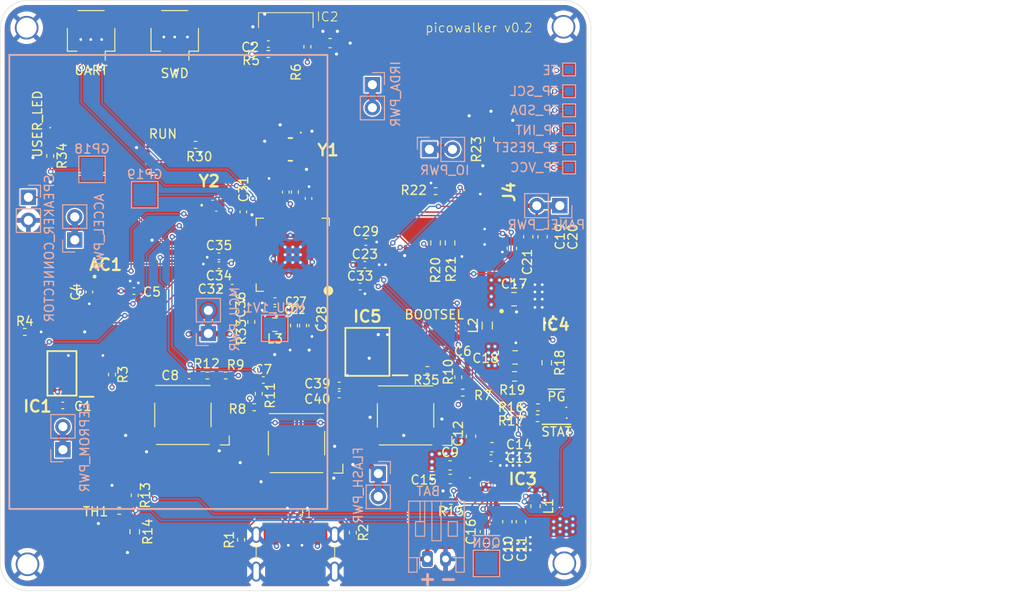
<source format=kicad_pcb>
(kicad_pcb (version 20241229) (generator "pcbnew") (generator_version "9.0")
  (layers (0 "F.Cu" signal) (4 "In1.Cu" signal) (6 "In2.Cu" signal) (2 "B.Cu" signal) (13 "F.Paste" user) (15 "B.Paste" user) (5 "F.SilkS" user "F.Silkscreen") (7 "B.SilkS" user "B.Silkscreen") (1 "F.Mask" user) (3 "B.Mask" user) (25 "Edge.Cuts" user))
  (net 0 "")
  (net 1 "/accel/SPI.MISO")
  (net 2 "/accel/~{ACCEL_CSB}")
  (net 3 "GND")
  (net 5 "/accel/SPI.SCK")
  (net 6 "/accel/ACCEL_3V3")
  (net 8 "/accel/SPI.MOSI")
  (net 10 "/accel/ACCEL_INT")
  (net 11 "/eeprom/EEPROM_3V3")
  (net 12 "Net-(IC2-VCC1)")
  (net 13 "Net-(IC2-VCC2{slash}IRED{slash}ANODE)")
  (net 14 "/buttons/BUT.R")
  (net 15 "/buttons/BUT.M")
  (net 16 "/buttons/BUT.L")
  (net 17 "/power/BTST")
  (net 18 "/power/SW")
  (net 19 "VSYS")
  (net 20 "VBUS")
  (net 21 "/power/PMID")
  (net 22 "/power/REGN")
  (net 23 "/connectors/BAT+")
  (net 24 "+3.3V")
  (net 25 "/screen/SCREEN_VSYS")
  (net 26 "/screen/SCREEN_3V3")
  (net 27 "/mcu/MCU_3V3")
  (net 28 "/mcu/MCU_1V1")
  (net 29 "/mcu/VREG_AVDD")
  (net 30 "/mcu/XIN")
  (net 31 "/mcu/XOUT")
  (net 32 "/flash/FLASH_3V3")
  (net 33 "Net-(D1-A)")
  (net 34 "/eeprom/~{EEPROM_CSB}")
  (net 35 "/irda/IRDA.SD")
  (net 36 "/irda/IRDA.RX")
  (net 37 "/irda/IRDA.TX")
  (net 38 "/power/TS_BIAS")
  (net 39 "/power/TS")
  (net 40 "/mcu/I2C.SDA")
  (net 41 "/power/~{PG}")
  (net 42 "/power/ILIM")
  (net 43 "/mcu/PWR_AUX.~{BAT_INT}")
  (net 44 "/mcu/I2C.SCL")
  (net 45 "/power/~{QON}")
  (net 46 "/mcu/PWR_AUX.~{BAT_CE}")
  (net 47 "Net-(IC4-LX2)")
  (net 48 "/power/3V3_EN")
  (net 49 "Net-(IC4-LX1)")
  (net 50 "/power/PS")
  (net 51 "/flash/QSPI0.SD2")
  (net 52 "/flash/QSPI0.SCLK")
  (net 53 "/flash/QSPI0.SS")
  (net 54 "/flash/QSPI0.SD1")
  (net 55 "/flash/QSPI0.SD3")
  (net 56 "/flash/QSPI0.SD0")
  (net 57 "/connectors/CC1")
  (net 58 "/connectors/CC2")
  (net 59 "/connectors/SWD.SWCLK")
  (net 60 "/connectors/SWD.SWDIO")
  (net 63 "/mcu/QSPI1.SCK")
  (net 65 "Net-(J4-DCX_RS)")
  (net 66 "/mcu/SCREEN_AUX.~{CSB}")
  (net 67 "Net-(J4-TE)")
  (net 68 "Net-(J4-IM0)")
  (net 69 "/mcu/SCREEN_AUX.~{RST}")
  (net 70 "/mcu/QSPI1.SDIO2")
  (net 72 "/mcu/SCREEN_AUX.PWR_EN")
  (net 73 "Net-(J4-IM1)")
  (net 74 "/mcu/QSPI1.SDIO0")
  (net 79 "/mcu/QSPI1.SDIO3")
  (net 80 "/mcu/QSPI1.SDIO1")
  (net 81 "/connectors/DBG_UART.TX")
  (net 82 "/connectors/DBG_UART.RX")
  (net 83 "/mcu/SOUND_PWM")
  (net 84 "/irda/IRDA_3V3")
  (net 85 "/mcu/VREG_LX")
  (net 86 "/buttons/BUT_R_1")
  (net 87 "/buttons/BUT_M_1")
  (net 88 "/buttons/BUT_L_1")
  (net 89 "/screen/TP_AUX.INT")
  (net 90 "/screen/TP_AUX.RESET")
  (net 91 "Net-(U1-USB_DP)")
  (net 92 "Net-(U1-USB_DM)")
  (net 93 "/mcu/GPIO18")
  (net 94 "/mcu/RTC_XO")
  (net 98 "Net-(C38-Pad1)")
  (net 99 "/power/~{STAT}")
  (net 100 "Net-(D3-A)")
  (net 101 "Net-(D2-A)")
  (net 102 "/mcu/GPIO19")
  (net 103 "/mcu/~{USB_BOOT}")
  (net 104 "/connectors/USB.D-")
  (net 105 "/connectors/USB.D+")
  (net 106 "Net-(R30-Pad2)")
  (net 107 "Net-(U1-RUN)")
  (net 108 "/screen/TP_I2C.SDA")
  (net 109 "/screen/TP_I2C.SCL")
  (footprint "Resistor_SMD:R_0402_1005Metric" (layer "F.Cu") (at 131.19 63.8 180)
    (property "Reference" "R30")
    (property "Value" "1k")
  )
  (footprint "Capacitor_SMD:C_0603_1608Metric" (layer "F.Cu") (at 165.5 105.3 -90)
    (property "Reference" "C10")
    (property "Value" "10uF")
  )
  (footprint "SamacSys_Parts:SIT1533AIH4DCC32768E" (layer "F.Cu") (at 133.275 70.5)
    (property "Reference" "Y2")
    (property "Value" "SIT1533AI-H4-DCC-32.768E" (hide yes))
  )
  (footprint "Resistor_SMD:R_0402_1005Metric" (layer "F.Cu") (at 112.4 84.4)
    (property "Reference" "R4")
    (property "Value" "10k")
  )
  (footprint "Resistor_SMD:R_0402_1005Metric" (layer "F.Cu") (at 143.024605 83.70406 -90)
    (property "Reference" "R31" (hide yes))
    (property "Value" "22R" (hide yes))
  )
  (footprint "Resistor_SMD:R_0402_1005Metric" (layer "F.Cu") (at 148.5 106.5 -90)
    (property "Reference" "R2")
    (property "Value" "5.1k")
  )
  (footprint "Capacitor_SMD:C_0603_1608Metric" (layer "F.Cu") (at 166 75.2 -90)
    (property "Reference" "C21")
    (property "Value" "10uF")
  )
  (footprint "Capacitor_SMD:C_0402_1005Metric" (layer "F.Cu") (at 133.769605 77.05406 180)
    (property "Reference" "C34")
    (property "Value" "4.7uF")
  )
  (footprint "Resistor_SMD:R_0402_1005Metric" (layer "F.Cu") (at 160.1 89.39 -90)
    (property "Reference" "R10")
    (property "Value" "1k")
  )
  (footprint "Resistor_SMD:R_0603_1608Metric" (layer "F.Cu") (at 166.3 89.3)
    (property "Reference" "R19")
    (property "Value" "100k")
  )
  (footprint "SamacSys_Parts:SOIC127P790X216-8N" (layer "F.Cu") (at 150.1 86.6 180)
    (property "Reference" "IC5")
    (property "Value" "W25Q128JVSIM_TR" (hide yes))
  )
  (footprint "Capacitor_SMD:C_0402_1005Metric" (layer "F.Cu") (at 116.583 92.5)
    (property "Reference" "C1")
    (property "Value" "0.1uF")
  )
  (footprint "Capacitor_SMD:C_0603_1608Metric" (layer "F.Cu") (at 146 52.6)
    (property "Reference" "C3" (hide yes))
    (property "Value" "4.7uF")
  )
  (footprint "Resistor_SMD:R_0402_1005Metric" (layer "F.Cu") (at 139.2 53.8)
    (property "Reference" "R5")
    (property "Value" "47R")
  )
  (footprint "" (layer "F.Cu") (at 112.608 50.9 90)
    (property "Reference" "")
    (property "Value" "")
  )
  (footprint "SamacSys_Parts:SOIC127P600X175-8N" (layer "F.Cu") (at 116.488 88.965 180)
    (property "Reference" "IC1")
    (property "Value" "M95512-RMN6TP" (hide yes))
  )
  (footprint "Capacitor_SMD:C_0402_1005Metric" (layer "F.Cu") (at 149.824605 77.00406)
    (property "Reference" "C23")
    (property "Value" "0.1uF")
  )
  (footprint "Capacitor_SMD:C_0603_1608Metric" (layer "F.Cu") (at 159.225 100.6 180)
    (property "Reference" "C15")
    (property "Value" "4.7uF")
  )
  (footprint "Connector_JST:JST_SH_SM03B-SRSS-TB_1x03-1MP_P1.00mm_Horizontal" (layer "F.Cu") (at 119.7 51.7 180)
    (property "Reference" "J5")
    (property "Value" "UART")
  )
  (footprint "Resistor_SMD:R_0402_1005Metric" (layer "F.Cu") (at 138.15 91.2 -90)
    (property "Reference" "R11")
    (property "Value" "1k")
  )
  (footprint "Resistor_SMD:R_0402_1005Metric" (layer "F.Cu") (at 143.5 53 90)
    (property "Reference" "R6")
    (property "Value" "56R")
  )
  (footprint "Resistor_SMD:R_0402_1005Metric" (layer "F.Cu") (at 137.324605 83.30406 90)
    (property "Reference" "R33")
    (property "Value" "33R")
  )
  (footprint "Resistor_SMD:R_0603_1608Metric" (layer "F.Cu") (at 169.8365 87.801 -90)
    (property "Reference" "R18")
    (property "Value" "100k")
  )
  (footprint "Capacitor_SMD:C_0805_2012Metric" (layer "F.Cu") (at 166.2365 80.801)
    (property "Reference" "C17")
    (property "Value" "47uF")
  )
  (footprint "Capacitor_SMD:C_0402_1005Metric" (layer "F.Cu") (at 139.924605 82.00406 180)
    (property "Reference" "C22")
    (property "Value" "0.1uF")
  )
  (footprint "Capacitor_SMD:C_0603_1608Metric" (layer "F.Cu") (at 167.8 73.925 -90)
    (property "Reference" "C20")
    (property "Value" "10uF")
  )
  (footprint "SamacSys_Parts:AXE534127" (layer "F.Cu") (at 162.6 72 90)
    (property "Reference" "J4")
    (property "Value" "DO0180FMST08" (hide yes))
  )
  (footprint "Capacitor_SMD:C_0603_1608Metric" (layer "F.Cu") (at 163.8 97.1)
    (property "Reference" "C14")
    (property "Value" "10uF")
  )
  (footprint "SamacSys_Parts:BOSCH_LGA-12" (layer "F.Cu") (at 121.4 79.1)
    (property "Reference" "AC1")
    (property "Value" "BMA400" (hide yes))
  )
  (footprint "Capacitor_SMD:C_0402_1005Metric" (layer "F.Cu") (at 163.7 98.3)
    (property "Reference" "C13")
    (property "Value" "0.1uF")
  )
  (footprint "Resistor_SMD:R_0603_1608Metric" (layer "F.Cu") (at 157.6 74.6 -90)
    (property "Reference" "R21")
    (property "Value" "0R")
  )
  (footprint "Capacitor_SMD:C_0402_1005Metric" (layer "F.Cu") (at 124.4 79.9)
    (property "Reference" "C5")
    (property "Value" "0.1uF")
  )
  (footprint "Resistor_SMD:R_0402_1005Metric" (layer "F.Cu") (at 115.2 65.025 90)
    (property "Reference" "R34")
    (property "Value" "1k")
  )
  (footprint "Capacitor_SMD:C_0603_1608Metric" (layer "F.Cu") (at 169.375 73.925 90)
    (property "Reference" "C19")
    (property "Value" "10uF")
  )
  (footprint "Capacitor_SMD:C_0402_1005Metric" (layer "F.Cu") (at 160.6 87.69)
    (property "Reference" "C6")
    (property "Value" "0.1uF")
  )
  (footprint "Capacitor_SMD:C_0201_0603Metric" (layer "F.Cu") (at 140.824605 67.50406 180)
    (property "Reference" "C38")
    (property "Value" "15pF")
  )
  (footprint "CustomFootprints:WS_TASV_435151014824" (layer "F.Cu") (at 158.3 85.2 -90)
    (property "Reference" "SW5")
    (property "Value" "BOOTSEL")
  )
  (footprint "Capacitor_SMD:C_0201_0603Metric" (layer "F.Cu") (at 143.324605 67.50406)
    (property "Reference" "C37")
    (property "Value" "15pF")
  )
  (footprint "SamacSys_Parts:BQ25628ERYKR" (layer "F.Cu") (at 163.525 101.3125)
    (property "Reference" "IC3")
    (property "Value" "BQ25628ERYKR" (hide yes))
  )
  (footprint "Resistor_SMD:R_0402_1005Metric" (layer "F.Cu") (at 137.65 92.7 180)
    (property "Reference" "R8")
    (property "Value" "10k")
  )
  (footprint "Capacitor_SMD:C_0603_1608Metric" (layer "F.Cu") (at 161.5 95.9 90)
    (property "Reference" "C12")
    (property "Value" "10uF")
  )
  (footprint "Resistor_SMD:R_0402_1005Metric" (layer "F.Cu") (at 157.6 68.9)
    (property "Reference" "R22")
    (property "Value" "0R")
  )
  (footprint "" (layer "F.Cu") (at 112.7 109.992 180)
    (property "Reference" "")
    (property "Value" "")
  )
  (footprint "Resistor_SMD:R_0402_1005Metric" (layer "F.Cu") (at 134.5 89.2)
    (property "Reference" "R9")
    (property "Value" "10k")
  )
  (footprint "Resistor_SMD:R_0402_1005Metric" (layer "F.Cu") (at 142.024605 83.70406 -90)
    (property "Reference" "R32" (hide yes))
    (property "Value" "22R" (hide yes))
  )
  (footprint "LED_SMD:LED_0402_1005Metric" (layer "F.Cu") (at 170.9 92.7 180)
    (property "Reference" "D3")
    (property "Value" "~{PG}")
  )
  (footprint "Capacitor_SMD:C_0402_1005Metric" (layer "F.Cu") (at 147 91.3)
    (property "Reference" "C40")
    (property "Value" "4.7uF")
  )
  (footprint "" (layer "F.Cu") (at 171.67868 50.8)
    (property "Reference" "")
    (property "Value" "")
  )
  (footprint "SamacSys_Parts:ABM8272T3" (layer "F.Cu") (at 141.624605 64.30406 180)
    (property "Reference" "Y1")
    (property "Value" "ABM8-272-T3" (hide yes))
  )
  (footprint "Button_Switch_SMD:SW_SPST_Omron_B3FS-101xP" (layer "F.Cu") (at 142.3 96.65 180)
    (property "Reference" "SW2")
    (property "Value" "BUT_M")
  )
  (footprint "Inductor_SMD:L_0603_1608Metric" (layer "F.Cu") (at 168.6 103.6 -90)
    (property "Reference" "L1")
    (property "Value" "1uH")
  )
  (footprint "CustomFootprints:GCT_USB4215_03_A" (layer "F.Cu") (at 142.18 106.225)
    (property "Reference" "J1")
    (property "Value" "USB4215-03-A")
  )
  (footprint "Resistor_SMD:R_0402_1005Metric" (layer "F.Cu") (at 122.8 104.1 180)
    (property "Reference" "TH1")
    (property "Value" "10k")
  )
  (footprint "Capacitor_SMD:C_0402_1005Metric" (layer "F.Cu") (at 130.5 89.2 180)
    (property "Reference" "C8")
    (property "Value" "0.1uF")
  )
  (footprint "Inductor_SMD:L_0805_2012Metric" (layer "F.Cu") (at 163.2865 83.701 90)
    (property "Reference" "L2")
    (property "Value" "2.2uH")
  )
  (footprint "Capacitor_SMD:C_0402_1005Metric" (layer "F.Cu") (at 137.324605 81.40406 90)
    (property "Reference" "C36")
    (property "Value" "4.7uF")
  )
  (footprint "Resistor_SMD:R_0603_1608Metric" (layer "F.Cu") (at 163.5 63.2 90)
    (property "Reference" "R23")
    (property "Value" "100k")
  )
  (footprint "RP2350_KiCad-main:RP2350A_QFN-60_EP_7.75x7.75_Pitch0.4mm" (layer "F.Cu") (at 141.887105 75.90406 180)
    (property "Reference" "U1" (hide yes))
    (property "Value" "RP2350A-QFN60" (hide yes))
  )
  (footprint "Capacitor_SMD:C_0402_1005Metric" (layer "F.Cu") (at 139.924605 81.00406 180)
    (property "Reference" "C27")
    (property "Value" "0.1uF")
  )
  (footprint "Resistor_SMD:R_0603_1608Metric" (layer "F.Cu") (at 159.2 74.6 90)
    (property "Reference" "R20")
    (property "Value" "0R")
  )
  (footprint "Resistor_SMD:R_0402_1005Metric" (layer "F.Cu") (at 168.8225 93.9)
    (property "Reference" "R17")
    (property "Value" "1k")
  )
  (footprint "Capacitor_SMD:C_0402_1005Metric" (layer "F.Cu") (at 149.304605 79.40406)
    (property "Reference" "C33")
    (property "Value" "0.1uF")
  )
  (footprint "Resistor_SMD:R_0402_1005Metric" (layer "F.Cu") (at 160.6 91.09)
    (property "Reference" "R7")
    (property "Value" "10k")
  )
  (footprint "Capacitor_SMD:C_0402_1005Metric" (layer "F.Cu") (at 138.65 89.7)
    (property "Reference" "C7")
    (property "Value" "0.1uF")
  )
  (footprint "Capacitor_SMD:C_0402_1005Metric" (layer "F.Cu") (at 136.449605 71.18406 90)
    (property "Reference" "C31")
    (property "Value" "0.1uF")
  )
  (footprint "" (layer "F.Cu") (at 171.77068 109.87868 -90)
    (property "Reference" "")
    (property "Value" "")
  )
  (footprint "CustomFootprints:WS_TASV_435151014824" (layer "F.Cu") (at 127.7 63.85)
    (property "Reference" "SW4")
    (property "Value" "RUN")
  )
  (footprint "Capacitor_SMD:C_0402_1005Metric" (layer "F.Cu") (at 149.924605 74.50406)
    (property "Reference" "C29")
    (property "Value" "0.1uF")
  )
  (footprint "CustomFootprints:L_0805_2016Metric" (layer "F.Cu") (at 139.924605 83.60406 180)
    (property "Reference" "L3")
    (property "Value" "3.3uF")
  )
  (footprint "Button_Switch_SMD:SW_SPST_Omron_B3FS-101xP" (layer "F.Cu") (at 154.3 93.6 180)
    (property "Reference" "SW1")
    (property "Value" "BUT_R")
  )
  (footprint "Capacitor_SMD:C_0402_1005Metric" (layer "F.Cu") (at 147 90.3)
    (property "Reference" "C39")
    (property "Value" "0.1uF")
  )
  (footprint "Button_Switch_SMD:SW_SPST_Omron_B3FS-101xP" (layer "F.Cu") (at 129.8 93.55 180)
    (property "Reference" "SW3")
    (property "Value" "BUT_L")
  )
  (footprint "Capacitor_SMD:C_0402_1005Metric" (layer "F.Cu") (at 119.5 80 -90)
    (property "Reference" "C4")
    (property "Value" "0.1uF")
  )
  (footprint "Resistor_SMD:R_0402_1005Metric" (layer "F.Cu") (at 136.2 107.3 -90)
    (property "Reference" "R1")
    (property "Value" "5.1k")
  )
  (footprint "Capacitor_SMD:C_0402_1005Metric" (layer "F.Cu") (at 133.769605 76.07906 180)
    (property "Reference" "C35")
    (property "Value" "4.7uF")
  )
  (footprint "Capacitor_SMD:C_0402_1005Metric" (layer "F.Cu") (at 139.2 52.7 180)
    (property "Reference" "C2")
    (property "Value" "0.1uF")
  )
  (footprint "Capacitor_SMD:C_0805_2012Metric" (layer "F.Cu") (at 166.3615 87.2135)
    (property "Reference" "C18")
    (property "Value" "47uF")
  )
  (footprint "Capacitor_SMD:C_0402_1005Metric" (layer "F.Cu") (at 143.624605 69.70406 90)
    (property "Reference" "C30")
    (property "Value" "0.1uF")
  )
  (footprint "Capacitor_SMD:C_0402_1005Metric" (layer "F.Cu") (at 135.225605 79.53006 180)
    (property "Reference" "C32")
    (property "Value" "0.1uF")
  )
  (footprint "Resistor_SMD:R_0402_1005Metric" (layer "F.Cu") (at 168.87 92.71)
    (property "Reference" "R16")
    (property "Value" "1k")
  )
  (footprint "Resistor_SMD:R_0402_1005Metric" (layer "F.Cu") (at 156.7 88.6)
    (property "Reference" "R35")
    (property "Value" "1k")
  )
  (footprint "Capacitor_SMD:C_0603_1608Metric" (layer "F.Cu") (at 167 105.3 -90)
    (property "Reference" "C11")
    (property "Value" "10uF")
  )
  (footprint "LED_SMD:LED_0402_1005Metric" (layer "F.Cu") (at 170.9525 93.9 180)
    (property "Reference" "D2")
    (property "Value" "~{STAT}")
  )
  (footprint "Resistor_SMD:R_0402_1005Metric" (layer "F.Cu") (at 132.5 89.2)
    (property "Reference" "R12")
    (property "Value" "1k")
  )
  (footprint "Capacitor_SMD:C_0603_1608Metric" (layer "F.Cu") (at 163.025 106.4 -90)
    (property "Reference" "C16")
    (property "Value" "10uF")
  )
  (footprint "Capacitor_SMD:C_0603_1608Metric" (layer "F.Cu") (at 159.2 99.1)
    (property "Reference" "C9")
    (property "Value" "47nF")
  )
  (footprint "Resistor_SMD:R_0402_1005Metric" (layer "F.Cu") (at 159.3 103 180)
    (property "Reference" "R15")
    (property "Value" "5k")
  )
  (footprint "Capacitor_SMD:C_0402_1005Metric" (layer "F.Cu") (at 141.124605 69.00406 90)
    (property "Reference" "C24")
    (property "Value" "4.7uF")
  )
  (footprint "CustomFootprints:TFBS4711-TR" (layer "F.Cu") (at 141.125 50.9)
    (property "Reference" "IC2")
    (property "Value" "TFBS4711-TT1")
  )
  (footprint "Resistor_SMD:R_0402_1005Metric" (layer "F.Cu") (at 124.5 102.4 -90)
    (property "Reference" "R13")
    (property "Value" "5.3k")
  )
  (footprint "Resistor_SMD:R_0402_1005Metric" (layer "F.Cu") (at 142.124605 69.00406 -90)
    (property "Reference" "R29")
    (property "Value" "R")
  )
  (footprint "SamacSys_Parts:SON50P250X250X80-11N-D" (layer "F.Cu") (at 166.5115 83.7635)
    (property "Reference" "IC4")
    (property "Value" "RT6150B-33GQW" (hide yes))
  )
  (footprint "LED_SMD:LED_0402_1005Metric" (layer "F.Cu") (at 115.2 63 -90)
    (property "Reference" "D1")
    (property "Value" "USER_LED")
  )
  (footprint "Resistor_SMD:R_0603_1608Metric" (layer "F.Cu") (at 124.5 106.4 -90)
    (property "Reference" "R14")
    (property "Value" "30k")
  )
  (footprint "Resistor_SMD:R_0402_1005Metric" (layer "F.Cu") (at 122 89.1 90)
    (property "Reference" "R3")
    (property "Value" "10k")
  )
  (footprint "Connector_JST:JST_SH_SM03B-SRSS-TB_1x03-1MP_P1.00mm_Horizontal" (layer "F.Cu") (at 128.9 51.7 180)
    (property "Reference" "J2")
    (property "Value" "SWD")
  )
  (footprint "Capacitor_SMD:C_0402_1005Metric" (layer "F.Cu") (at 144.024605 83.70406 -90)
    (property "Reference" "C28")
    (property "Value" "0.1uF")
  )
  (footprint "TestPoint:TestPoint_Pad_1.0x1.0mm" (layer "B.Cu") (at 172.3 62.1)
    (property "Reference" "TP6")
    (property "Value" "TP_INT")
  )
  (footprint "CustomFootprints:BridgedJumper_P2.54mm" (layer "B.Cu") (at 117.9 74.275)
    (property "Reference" "JP3" (hide yes))
    (property "Value" "ACCEL_PWR")
  )
  (footprint "CustomFootprints:BridgedJumper_P2.54mm" (layer "B.Cu") (at 156.925 64.3 -90)
    (property "Reference" "JP4")
    (property "Value" "IO_PWR")
  )
  (footprint "Connector_JST:JST_PH_S2B-PH-K_1x02_P2.00mm_Horizontal" (layer "B.Cu") (at 156.7 109.4)
    (property "Reference" "J3")
    (property "Value" "BAT")
  )
  (footprint "CustomFootprints:BridgedJumper_P2.54mm" (layer "B.Cu") (at 116.6 97.375)
    (property "Reference" "JP1")
    (property "Value" "EEPROM_PWR")
  )
  (footprint "Connector_PinHeader_2.54mm:PinHeader_1x02_P2.54mm_Vertical" (layer "B.Cu") (at 112.8 69.575 180)
    (property "Reference" "J6")
    (property "Value" "SPEAKER_CONNECTOR")
  )
  (footprint "TestPoint:TestPoint_Pad_2.5x2.5mm" (layer "B.Cu") (at 139.9 84)
    (property "Reference" "TP2")
    (property "Value" "MCU_1V1")
  )
  (footprint "TestPoint:TestPoint_Pad_2.5x2.5mm" (layer "B.Cu") (at 163.2 109.9)
    (property "Reference" "TP1")
    (property "Value" "~{QON}")
  )
  (footprint "CustomFootprints:BridgedJumper_P2.54mm" (layer "B.Cu") (at 150.65 57.175 180)
    (property "Reference" "JP2")
    (property "Value" "IRDA_PWR")
  )
  (footprint "TestPoint:TestPoint_Pad_1.0x1.0mm" (layer "B.Cu") (at 172.3 60)
    (property "Reference" "TP4")
    (property "Value" "TP_SDA")
  )
  (footprint "TestPoint:TestPoint_Pad_1.0x1.0mm" (layer "B.Cu") (at 172.3 66.3)
    (property "Reference" "TP8")
    (property "Value" "TP_VCC")
  )
  (footprint "CustomFootprints:BridgedJumper_P2.54mm" (layer "B.Cu") (at 132.6 84.575)
    (property "Reference" "JP6")
    (property "Value" "MCU_PWR")
  )
  (footprint "CustomFootprints:BridgedJumper_P2.54mm" (layer "B.Cu") (at 171.275 70.5 90)
    (property "Reference" "JP5")
    (property "Value" "PANEL_PWR")
  )
  (footprint "TestPoint:TestPoint_Pad_2.5x2.5mm" (layer "B.Cu") (at 125.6 69.3)
    (property "Reference" "TP3")
    (property "Value" "GP19")
  )
  (footprint "TestPoint:TestPoint_Pad_1.0x1.0mm" (layer "B.Cu") (at 172.3 55.5)
    (property "Reference" "TP10")
    (property "Value" "TE")
  )
  (footprint "TestPoint:TestPoint_Pad_1.0x1.0mm" (layer "B.Cu") (at 172.3 57.9)
    (property "Reference" "TP5")
    (property "Value" "TP_SCL")
  )
  (footprint "TestPoint:TestPoint_Pad_2.5x2.5mm" (layer "B.Cu") (at 119.8 66.5)
    (property "Reference" "TP9")
    (property "Value" "GP18")
  )
  (footprint "TestPoint:TestPoint_Pad_1.0x1.0mm" (layer "B.Cu") (at 172.3 64.2)
    (property "Reference" "TP7")
    (property "Value" "TP_RESET")
  )
  (footprint "CustomFootprints:BridgedJumper_P2.54mm" (layer "B.Cu") (at 151.3 100 180)
    (property "Reference" "JP7" (hide yes))
    (property "Value" "FLASH_PWR")
  )
  (gr_rect (start 110.7 53.9) (end 145.7 103.9) (stroke (width 0.2)) (fill no) (layer "B.SilkS"))
  (gr_arc (start 174.7 109.9) (mid 173.82132 112.02132) (end 171.7 112.9) (stroke (width 0.05)) (layer "Edge.Cuts"))
  (gr_line (start 171.7 112.9) (end 112.7 112.9) (stroke (width 0.05)) (layer "Edge.Cuts"))
  (gr_line (start 112.7 47.9) (end 171.7 47.9) (stroke (width 0.05)) (layer "Edge.Cuts"))
  (gr_line (start 109.7 109.9) (end 109.7 50.9) (stroke (width 0.05)) (layer "Edge.Cuts"))
  (gr_arc (start 171.7 47.9) (mid 173.82132 48.77868) (end 174.7 50.9) (stroke (width 0.05)) (layer "Edge.Cuts"))
  (gr_arc (start 112.7 112.9) (mid 110.57868 112.02132) (end 109.7 109.9) (stroke (width 0.05)) (layer "Edge.Cuts"))
  (gr_arc (start 109.7 50.9) (mid 110.57868 48.77868) (end 112.7 47.9) (stroke (width 0.05)) (layer "Edge.Cuts"))
  (gr_line (start 174.7 50.9) (end 174.7 109.9) (stroke (width 0.05)) (layer "Edge.Cuts"))
  (gr_text "picowalker v0.2\nby mamba2410" (at 156.4 55.6 0) (layer "F.Cu") (effects (font (size 1 1)) (justify left bottom)))
  (gr_text "picowalker v0.2" (at 156.4 51.5 0) (layer "F.SilkS") (effects (font (size 1 1) (thickness 0.1)) (justify left bottom)))
  (gr_text "-" (at 157.9 110.9 180) (layer "B.SilkS") (effects (font (size 1.5 1.5) (thickness 0.3) (bold yes)) (justify left bottom mirror)))
  (gr_text "+" (at 155.6 110.9 180) (layer "B.SilkS") (effects (font (size 1.5 1.5) (thickness 0.3) (bold yes)) (justify left bottom mirror)))
  (segment (start 137.001605 77.50406) (end 136.062605 78.44306) (width 0.15) (layer "F.Cu") (net 1))
  (segment (start 130.712605 78.44306) (end 129.725605 79.43006) (width 0.15) (layer "F.Cu") (net 1))
  (segment (start 131.475605 78.44306) (end 130.712605 78.44306) (width 0.15) (layer "F.Cu") (net 1))
  (segment (start 126.588 82.588) (end 119.6 89.576) (width 0.15) (layer "F.Cu") (net 1))
  (segment (start 117.4 81.6) (end 119.2 83.4) (width 0.15) (layer "F.Cu") (net 1))
  (segment (start 119.2 83.4) (end 125.776 83.4) (width 0.15) (layer "F.Cu") (net 1))
  (segment (start 118.25 78.35) (end 117.4 79.2) (width 0.15) (layer "F.Cu") (net 1))
  (segment (start 120.585 78.35) (end 118.25 78.35) (width 0.15) (layer "F.Cu") (net 1))
  (segment (start 119.6 89.6) (end 119.2 89.6) (width 0.15) (layer "F.Cu") (net 1))
  (segment (start 129.725605 79.43006) (end 126.563605 82.59206) (width 0.15) (layer "F.Cu") (net 1))
  (segment (start 117.4 79.2) (end 117.4 81.6) (width 0.15) (layer "F.Cu") (net 1))
  (segment (start 125.776 83.4) (end 126.588 82.588) (width 0.15) (layer "F.Cu") (net 1))
  (segment (start 136.062605 78.44306) (end 131.475605 78.44306) (width 0.15) (layer "F.Cu") (net 1))
  (segment (start 138.449605 77.50406) (end 137.001605 77.50406) (width 0.15) (layer "F.Cu") (net 1))
  (segment (start 124.1 77.7) (end 122.5 77.7) (width 0.15) (layer "F.Cu") (net 2))
  (segment (start 129.9 71.4) (end 130.075 71.4) (width 0.15) (layer "F.Cu") (net 2))
  (segment (start 130.075 71.4) (end 131.625 72.95) (width 0.15) (layer "F.Cu") (net 2))
  (segment (start 122.215 77.985) (end 122.215 78.35) (width 0.15) (layer "F.Cu") (net 2))
  (segment (start 122.5 77.7) (end 122.215 77.985) (width 0.15) (layer "F.Cu") (net 2))
  (segment (start 131.625 72.95) (end 135.225 72.95) (width 0.15) (layer "F.Cu") (net 2))
  (segment (start 136.175 73.9) (end 138.425 73.9) (width 0.15) (layer "F.Cu") (net 2))
  (segment (start 135.225 72.95) (end 136.175 73.9) (width 0.15) (layer "F.Cu") (net 2))
  (via (at 129.9 71.4) (size 0.6) (drill 0.3) (layers "F.Cu" "B.Cu") (net 2))
  (via (at 124.1 77.7) (size 0.6) (drill 0.3) (layers "F.Cu" "B.Cu") (net 2))
  (segment (start 129.9 71.4) (end 125.8 71.4) (width 0.15) (layer "B.Cu") (net 2))
  (segment (start 125.8 71.4) (end 124.1 73.1) (width 0.15) (layer "B.Cu") (net 2))
  (segment (start 124.1 73.1) (end 124.1 77.7) (width 0.15) (layer "B.Cu") (net 2))
  (segment (start 164.205 99.5825) (end 164.205 98.3125) (width 0.2) (layer "F.Cu") (net 3))
  (segment (start 161.4 74.8) (end 160.6 74.8) (width 0.15) (layer "F.Cu") (net 3))
  (segment (start 163.8 74) (end 164.375 74) (width 0.15) (layer "F.Cu") (net 3))
  (segment (start 161.4 73.2) (end 160.6 73.2) (width 0.15) (layer "F.Cu") (net 3))
  (segment (start 164.205 99.5825) (end 164.255 99.5825) (width 0.2) (layer "F.Cu") (net 3))
  (segment (start 138.72 52.7) (end 138.72 50.93) (width 0.3) (layer "F.Cu") (net 3))
  (segment (start 164.18 97.495) (end 164.575 97.1) (width 0.3) (layer "F.Cu") (net 3))
  (segment (start 164.1 99.6875) (end 164.205 99.5825) (width 0.2) (layer "F.Cu") (net 3))
  (segment (start 166.5115 82.2) (end 166.5115 83.7635) (width 0.3) (layer "F.Cu") (net 3))
  (segment (start 161.4 74.4) (end 160.6 74.4) (width 0.15) (layer "F.Cu") (net 3))
  (segment (start 167.1865 80.801) (end 166.5115 81.476) (width 0.3) (layer "F.Cu") (net 3))
  (segment (start 144 84.18) (end 144 84.9) (width 0.6) (layer "F.Cu") (net 3))
  (segment (start 164.375 74) (end 164.8 74.425) (width 0.15) (layer "F.Cu") (net 3))
  (segment (start 157.5 86.925) (end 157.5 86.4) (width 0.15) (layer "F.Cu") (net 3))
  (segment (start 161.4 72.8) (end 160.6 72.8) (width 0.15) (layer "F.Cu") (net 3))
  (segment (start 161.4 74) (end 160.6 74) (width 0.15) (layer "F.Cu") (net 3))
  (segment (start 163.8 69.2) (end 162.975 69.2) (width 0.15) (layer "F.Cu") (net 3))
  (segment (start 167.0115 83.2635) (end 166.5115 83.7635) (width 0.2) (layer "F.Cu") (net 3))
  (segment (start 161.4 73.6) (end 160.6 73.6) (width 0.15) (layer "F.Cu") (net 3))
  (segment (start 125.975 64.65) (end 125.25 64.65) (width 0.15) (layer "F.Cu") (net 3))
  (segment (start 164.1 100.3625) (end 164.1 101.2875) (width 0.2) (layer "F.Cu") (net 3))
  (segment (start 138.72 50.93) (end 138.75 50.9) (width 0.3) (layer "F.Cu") (net 3))
  (segment (start 164.1 100.3625) (end 164.1 99.6875) (width 0.2) (layer "F.Cu") (net 3))
  (segment (start 167.7615 83.2635) (end 167.0115 83.2635) (width 0.2) (layer "F.Cu") (net 3))
  (segment (start 129.425 64.65) (end 130.25 64.65) (width 0.15) (layer "F.Cu") (net 3))
  (segment (start 161.4 75.2) (end 160.6 75.2) (width 0.15) (layer "F.Cu") (net 3))
  (segment (start 163.8 74) (end 162.975 74) (width 0.15) (layer "F.Cu") (net 3))
  (segment (start 164.1 101.2875) (end 164.125 101.3125) (width 0.2) (layer "F.Cu") (net 3))
  (segment (start 165.2615 83.7635) (end 166.5115 83.7635) (width 0.2) (layer "F.Cu") (net 3))
  (segment (start 164.18 98.3) (end 164.18 97.495) (width 0.3) (layer "F.Cu") (net 3))
  (segment (start 166.5115 81.476) (end 166.5115 82.2) (width 0.3) (layer "F.Cu") (net 3))
  (segment (start 164.255 99.5825) (end 164.725 99.1125) (width 0.2) (layer "F.Cu") (net 3))
  (segment (start 157.5 83.475) (end 157.5 84) (width 0.15) (layer "F.Cu") (net 3))
  (via (at 124 78.8) (size 0.6) (drill 0.3) (layers "F.Cu" "B.Cu") (net 3))
  (via (at 166.3365 79.201) (size 0.6) (drill 0.3) (layers "F.Cu" "B.Cu") (net 3))
  (via (at 165.425 98.4125) (size 0.6) (drill 0.3) (layers "F.Cu" "B.Cu") (net 3))
  (via (at 118.56 52.2) (size 0.6) (drill 0.3) (layers "F.Cu" "B.Cu") (net 3))
  (via (at 124.9 79) (size 0.6) (drill 0.3) (layers "F.Cu" "B.Cu") (net 3))
  (via (at 151.4 77) (size 0.6) (drill 0.3) (layers "F.Cu" "B.Cu") (net 3))
  (via (at 152.3 84.7) (size 0.6) (drill 0.3) (layers "F.Cu" "B.Cu") (net 3))
  (via (at 137.5 50.8) (size 0.6) (drill 0.35) (layers "F.Cu" "B.Cu") (net 3))
  (via (at 139.9 86.9) (size 0.6) (drill 0.35) (layers "F.Cu" "B.Cu") (net 3))
  (via (at 166.825 99.1125) (size 0.6) (drill 0.3) (layers "F.Cu" "B.Cu") (net 3))
  (via (at 168.5365 80.801) (size 0.6) (drill 0.3) (layers "F.Cu" "B.Cu") (net 3))
  (via (at 168.5365 79.201) (size 0.6) (drill 0.3) (layers "F.Cu" "B.Cu") (net 3))
  (via (at 115.2 67.9) (size 0.6) (drill 0.35) (layers "F.Cu" "B.Cu") (net 3))
  (via (at 169.3365 80.801) (size 0.6) (drill 0.3) (layers "F.Cu" "B.Cu") (net 3))
  (via (at 146.5 97) (size 0.6) (drill 0.35) (layers "F.Cu" "B.Cu") (net 3))
  (via (at 154.2 76) (size 0.6) (drill 0.35) (layers "F.Cu" "B.Cu") (net 3))
  (via (at 138.524537 82.00895) (size 0.6) (drill 0.3) (layers "F.Cu" "B.Cu") (net 3))
  (via (at 162.525 69.225) (size 0.6) (drill 0.3) (layers "F.Cu" "B.Cu") (net 3))
  (via (at 122 101.3) (size 0.6) (drill 0.35) (layers "F.Cu" "B.Cu") (net 3))
  (via (at 143.7 86.4) (size 0.6) (drill 0.35) (layers "F.Cu" "B.Cu") (net 3))
  (via (at 163.7 60.1) (size 0.6) (drill 0.35) (layers "F.Cu" "B.Cu") (net 3))
  (via (at 165.925 108.4125) (size 0.6) (drill 0.3) (layers "F.Cu" "B.Cu") (net 3))
  (via (at 123.7 108.7) (size 0.6) (drill 0.35) (layers "F.Cu" "B.Cu") (net 3))
  (via (at 162.1365 83.801) (size 0.6) (drill 0.3) (layers "F.Cu" "B.Cu") (net 3))
  (via (at 159.2 76.5) (size 0.6) (drill 0.3) (layers "F.Cu" "B.Cu") (net 3))
  (via (at 130.3 51.925) (size 0.6) (drill 0.3) (layers "F.Cu" "B.Cu") (net 3))
  (via (at 143.675605 68.40406) (size 0.6) (drill 0.3) (layers "F.Cu" "B.Cu") (net 3))
  (via (at 141.4 107.9) (size 0.6) (drill 0.3) (layers "F.Cu" "B.Cu") (net 3))
  (via (at 137.4 71.5) (size 0.6) (drill 0.35) (layers "F.Cu" "B.Cu") (net 3))
  (via (at 120.86 52.2) (size 0.6) (drill 0.3) (layers "F.Cu" "B.Cu") (net 3))
  (via (at 119 84.4) (size 0.6) (drill 0.35) (layers "F.Cu" "B.Cu") (net 3))
  (via (at 117.2 87) (size 0.6) (drill 0.3) (layers "F.Cu" "B.Cu") (net 3))
  (via (at 152.1 77) (size 0.6) (drill 0.3) (layers "F.Cu" "B.Cu") (net 3))
  (via (at 170.3365 83.401) (size 0.6) (drill 0.3) (layers "F.Cu" "B.Cu") (net 3))
  (via (at 158.3 94) (size 0.6) (drill 0.35) (layers "F.Cu" "B.Cu") (net 3))
  (via (at 142.9 107.9) (size 0.6) (drill 0.3) (layers "F.Cu" "B.Cu") (net 3))
  (via (at 132.474605 76.17906) (size 0.6) (drill 0.3) (layers "F.Cu" "B.Cu") (net 3))
  (via (at 121 87) (size 0.6) (drill 0.3) (layers "F.Cu" "B.Cu") (net 3))
  (via (at 118.5 92.5) (size 0.6) (drill 0.3) (layers "F.Cu" "B.Cu") (net 3))
  (via (at 151.3 84.7) (size 0.6) (drill 0.35) (layers "F.Cu" "B.Cu") (net 3))
  (via (at 138.4 100.9) (size 0.6) (drill 0.35) (layers "F.Cu" "B.Cu") (net 3))
  (via (at 166.825 98.4125) (size 0.6) (drill 0.3) (layers "F.Cu" "B.Cu") (net 3))
  (via (at 129 55.6) (size 0.6) (drill 0.35) (layers "F.Cu" "B.Cu") (net 3))
  (via (at 158.775 103.85) (size 0.6) (drill 0.35) (layers "F.Cu" "B.Cu") (net 3))
  (via (at 169.3365 79.201) (size 0.6) (drill 0.3) (layers "F.Cu" "B.Cu") (net 3))
  (via (at 123.5 95.8) (size 0.6) (drill 0.35) (layers "F.Cu" "B.Cu") (net 3))
  (via (at 146.7 53.8) (size 0.6) (drill 0.35) (layers "F.Cu" "B.Cu") (net 3))
  (via (at 150.4 93.8) (size 0.6) (drill 0.35) (layers "F.Cu" "B.Cu") (net 3))
  (via (at 146.4 100.5) (size 0.6) (drill 0.35) (layers "F.Cu" "B.Cu") (net 3))
  (via (at 136.524605 80.90406) (size 0.6) (drill 0.3) (layers "F.Cu" "B.Cu") (net 3))
  (via (at 168.025 107.0125) (size 0.6) (drill 0.3) (layers "F.Cu" "B.Cu") (net 3))
  (via (at 143.4 66.5) (size 0.6) (drill 0.35) (layers "F.Cu" "B.Cu") (net 3))
  (via (at 168.5365 80.001) (size 0.6) (drill 0.3) (layers "F.Cu" "B.Cu") (net 3))
  (via (at 138.8 63.4) (size 0.6) (drill 0.35) (layers "F.Cu" "B.Cu") (net 3))
  (via (at 119.66 52.2) (size 0.6) (drill 0.3) (layers "F.Cu" "B.Cu") (net 3))
  (via (at 169.6365 83.401) (size 0.6) (drill 0.3) (layers "F.Cu" "B.Cu") (net 3))
  (via (at 144 84.9) (size 0.6) (drill 0.3) (layers "F.Cu" "B.Cu") (net 3))
  (via (at 166.4365 85.601) (size 0.6) (drill 0.3) (layers "F.Cu" "B.Cu") (net 3))
  (via (at 143.5 103.8) (size 0.6) (drill 0.3) (layers "F.Cu" "B.Cu") (net 3))
  (via (at 160.5 76.1) (size 0.6) (drill 0.3) (layers "F.Cu" "B.Cu") (net 3))
  (via (at 125.8 97.6) (size 0.6) (drill 0.35) (layers "F.Cu" "B.Cu") (net 3))
  (via (at 132.050605 76.93006) (size 0.6) (drill 0.3) (layers "F.Cu" "B.Cu") (net 3))
  (via (at 119.7 55.5) (size 0.6) (drill 0.3) (layers "F.Cu" "B.Cu") (net 3))
  (via (at 138.8 49.4) (size 0.6) (drill 0.35) (layers "F.Cu" "B.Cu") (net 3))
  (via (at 139.275605 67.50406) (size 0.6) (drill 0.3) (layers "F.Cu" "B.Cu") (net 3))
  (via (at 114.2 84.4) (size 0.6) (drill 0.3) (layers "F.Cu" "B.Cu") (net 3))
  (via (at 165.225 108.4125) (size 0.6) (drill 0.3) (layers "F.Cu" "B.Cu") (net 3))
  (via (at 150.3 87.3) (size 0.6) (drill 0.35) (layers "F.Cu" "B.Cu") (net 3))
  (via (at 124.7 64.1) (size 0.6) (drill 0.35) (layers "F.Cu" "B.Cu") (net 3))
  (via (at 164.95 75.6) (size 0.6) (drill 0.3) (layers "F.Cu" "B.Cu") (net 3))
  (via (at 133.8 97.5) (size 0.6) (drill 0.35) (layers "F.Cu" "B.Cu") (net 3))
  (via (at 164.725 99.1125) (size 0.6) (drill 0.3) (layers "F.Cu" "B.Cu") (net 3))
  (via (at 146.8 51.3) (size 0.6) (drill 0.35) (layers "F.Cu" "B.Cu") (net 3))
  (via (at 167.325 107.7125) (size 0.6) (drill 0.3) (layers "F.Cu" "B.Cu") (net 3))
  (via (at 165.225 107.7125) (size 0.6) (drill 0.3) (layers "F.Cu" "B.Cu") (net 3))
  (via (at 166.1 61.1) (size 0.6) (drill 0.35) (layers "F.Cu" "B.Cu") (net 3))
  (via (at 170.6365 84.101) (size 0.6) (drill 0.3) (layers "F.Cu" "B.Cu") (net 3))
  (via (at 165.925 107.7125) (size 0.6) (drill 0.3) (layers "F.Cu" "B.Cu") (net 3))
  (via (at 166.125 99.1125) (size 0.6) (drill 0.3) (layers "F.Cu" "B.Cu") (net 3))
  (via (at 167.325 108.4125) (size 0.6) (drill 0.3) (layers "F.Cu" "B.Cu") (net 3))
  (via (at 168.5365 81.701) (size 0.6) (drill 0.3) (layers "F.Cu" "B.Cu") (net 3))
  (via (at 165.425 97.7125) (size 0.6) (drill 0.3) (layers "F.Cu" "B.Cu") (net 3))
  (via (at 120.5 105.5) (size 0.6) (drill 0.35) (layers "F.Cu" "B.Cu") (net 3))
  (via (at 148.2 52.6) (size 0.6) (drill 0.35) (layers "F.Cu" "B.Cu") (net 3))
  (via (at 136.1 98.8) (size 0.6) (drill 0.35) (layers "F.Cu" "B.Cu") (net 3))
  (via (at 166.625 108.4125) (size 0.6) (drill 0.3) (layers "F.Cu" "B.Cu") (net 3))
  (via (at 147.9 89.2) (size 0.6) (drill 0.3) (layers "F.Cu" "B.Cu") (net 3))
  (via (at 161.3 60.6) (size 0.6) (drill 0.35) (layers "F.Cu" "B.Cu") (net 3))
  (via (at 140.5 61.6) (size 0.6) (drill 0.35) (layers "F.Cu" "B.Cu") (net 3))
  (via (at 145.2 51.3) (size 0.6) (drill 0.35) (layers "F.Cu" "B.Cu") (net 3))
  (via (at 119.5 81.3) (size 0.6) (drill 0.3) (layers "F.Cu" "B.Cu") (net 3))
  (via (at 127.7 51.925) (size 0.6) (drill 0.3) (layers "F.Cu" "B.Cu") (net 3))
  (via (at 131.7 64.7) (size 0.6) (drill 0.3) (layers "F.Cu" "B.Cu") (net 3))
  (via (at 113.3 65.2) (size 0.6) (drill 0.35) (layers "F.Cu" "B.Cu") (net 3))
  (via (at 166.125 98.4125) (size 0.6) (drill 0.3) (layers "F.Cu" "B.Cu") (net 3))
  (via (at 148.5 99) (size 0.6) (drill 0.35) (layers "F.Cu" "B.Cu") (net 3))
  (via (at 138.535605 81.209024) (size 0.6) (drill 0.3) (layers "F.Cu" "B.Cu") (net 3))
  (via (at 166.625 107.7125) (size 0.6) (drill 0.3) (layers "F.Cu" "B.Cu") (net 3))
  (via (at 126.4 74.3) (size 0.6) (drill 0.35) (layers "F.Cu" "B.Cu") (net 3))
  (via (at 144 62.3) (size 0.6) (drill 0.35) (layers "F.Cu" "B.Cu") (net 3))
  (via (at 166.125 97.7125) (size 0.6) (drill 0.3) (layers "F.Cu" "B.Cu") (net 3))
  (via (at 169.3365 81.701) (size 0.6) (drill 0.3) (layers "F.Cu" "B.Cu") (net 3))
  (via (at 158.425 101.9125) (size 0.6) (drill 0.35) (layers "F.Cu" "B.Cu") (net 3))
  (via (at 163 74.775) (size 0.6) (drill 0.3) (layers "F.Cu" "B.Cu") (net 3))
  (via (at 141.6 86.4) (size 0.6) (drill 0.3) (layers "F.Cu" "B.Cu") (net 3))
  (via (at 133.850605 79.60506) (size 0.6) (drill 0.3) (layers "F.Cu" "B.Cu") (net 3))
  (via (at 168.025 108.4125) (size 0.6) (drill 0.3) (layers "F.Cu" "B.Cu") (net 3))
  (via (at 149.824605 80.20406) (size 0.6) (drill 0.3) (layers "F.Cu" "B.Cu") (net 3))
  (via (at 164.125 101.3125) (size 0.5) (drill 0.3) (layers "F.Cu" "B.Cu") (net 3))
  (via (at 170.5365 82.701) (size 0.6) (drill 0.3) (layers "F.Cu" "B.Cu") (net 3))
  (via (at 157.225 100.6125) (size 0.6) (drill 0.35) (layers "F.Cu" "B.Cu") (net 3))
  (via (at 141.3 103.8) (size 0.6) (drill 0.3) (layers "F.Cu" "B.Cu") (net 3))
  (via (at 162.8 66.1) (size 0.6) (drill 0.35) (layers "F.Cu" "B.Cu") (net 3))
  (via (at 165.425 99.1125) (size 0.6) (drill 0.3) (layers "F.Cu" "B.Cu") (net 3))
  (via (at 169.3365 80.001) (size 0.6) (drill 0.3) (layers "F.Cu" "B.Cu") (net 3))
  (via (at 128.9 51.925) (size 0.6) (drill 0.3) (layers "F.Cu" "B.Cu") (net 3))
  (via (at 166.825 97.7125) (size 0.6) (drill 0.3) (layers "F.Cu" "B.Cu") (net 3))
  (via (at 168.025 107.7125) (size 0.6) (drill 0.3) (layers "F.Cu" "B.Cu") (net 3))
  (via (at 167.2365 79.201) (size 0.6) (drill 0.3) (layers "F.Cu" "B.Cu") (net 3))
  (via (at 151.124605 74.50406) (size 0.6) (drill 0.3) (layers "F.Cu" "B.Cu") (net 3))
  (via (at 163 73.075) (size 0.6) (drill 0.3) (layers "F.Cu" "B.Cu") (net 3))
  (via (at 157.1 68) (size 0.6) (drill 0.3) (layers "F.Cu" "B.Cu") (net 3))
  (via (at 166.5115 82.2) (size 0.6) (drill 0.35) (layers "F.Cu" "B.Cu") (net 3))
  (via (at 154.1 95.8) (size 0.6) (drill 0.35) (layers "F.Cu" "B.Cu") (net 3))
  (via (at 137.4 52.7) (size 0.6) (drill 0.35) (layers "F.Cu" "B.Cu") (net 3))
  (segment (start 121.7 76.925) (end 118.375 76.925) (width 0.15) (layer "F.Cu") (net 5))
  (segment (start 138.474 76.724) (end 136.785 76.724) (width 0.15) (layer "F.Cu") (net 5))
  (segment (start 121.575 76.925) (end 121.15 77.35) (width 0.15) (layer "F.Cu") (net 5))
  (segment (start 121.15 77.35) (end 121.15 78.285) (width 0.15) (layer "F.Cu") (net 5))
  (segment (start 131.05 76.925) (end 121.7 76.925) (width 0.15) (layer "F.Cu") (net 5))
  (segment (start 131.8 77.675) (end 131.05 76.925) (width 0.15) (layer "F.Cu") (net 5))
  (segment (start 135.834 77.675) (end 131.8 77.675) (width 0.15) (layer "F.Cu") (net 5))
  (segment (start 113.3385 88.33) (end 113.776 88.33) (width 0.15) (layer "F.Cu") (net 5))
  (segment (start 121.7 76.925) (end 121.575 76.925) (width 0.15) (layer "F.Cu") (net 5))
  (segment (start 111.9 83.4) (end 111.9 86.8915) (width 0.15) (layer "F.Cu") (net 5))
  (segment (start 118.375 76.925) (end 111.9 83.4) (width 0.15) (layer "F.Cu") (net 5))
  (segment (start 111.9 86.8915) (end 113.3385 88.33) (width 0.15) (layer "F.Cu") (net 5))
  (segment (start 136.785 76.724) (end 135.834 77.675) (width 0.15) (layer "F.Cu") (net 5))
  (segment (start 122.265 79.9) (end 122.215 79.85) (width 0.3) (layer "F.Cu") (net 6))
  (segment (start 123.92 79.9) (end 122.265 79.9) (width 0.3) (layer "F.Cu") (net 6))
  (segment (start 119.67 79.35) (end 120.585 79.35) (width 0.15) (layer "F.Cu") (net 6))
  (segment (start 119.5 79.52) (end 119.67 79.35) (width 0.15) (layer "F.Cu") (net 6))
  (segment (start 118.98 79.52) (end 118.5 80) (width 0.15) (layer "F.Cu") (net 6))
  (segment (start 119.5 79.52) (end 118.98 79.52) (width 0.15) (layer "F.Cu") (net 6))
  (via (at 123 79.9) (size 0.6) (drill 0.3) (layers "F.Cu" "B.Cu") (net 6))
  (via (at 118.5 80) (size 0.6) (drill 0.3) (layers "F.Cu" "B.Cu") (net 6))
  (segment (start 129.4 78.3) (end 125.1 82.6) (width 0.15) (layer "F.Cu") (net 8))
  (segment (start 119.1 82.6) (end 117.85 81.35) (width 0.15) (layer "F.Cu") (net 8))
  (segment (start 125.1 82.6) (end 123.4 82.6) (width 0.15) (layer "F.Cu") (net 8))
  (segment (start 136.185 77.796389) (end 136.185 77.796388) (width 0.15) (layer "F.Cu") (net 8))
  (segment (start 117.85 79.65) (end 118.65 78.85) (width 0.15) (layer "F.Cu") (net 8))
  (segment (start 113.776 87.06) (end 113.776 86.824) (width 0.15) (layer "F.Cu") (net 8))
  (segment (start 113.776 86.824) (end 115.1 85.5) (width 0.15) (layer "F.Cu") (net 8))
  (segment (start 129.674 78.026) (end 129.4 78.3) (width 0.15) (layer "F.Cu") (net 8))
  (segment (start 136.881388 77.1) (end 136.185 77.796389) (width 0.15) (layer "F.Cu") (net 8))
  (segment (start 138.474 77.1) (end 136.881388 77.1) (width 0.15) (layer "F.Cu") (net 8))
  (segment (start 135.979389 78.002) (end 129.698 78.002) (width 0.15) (layer "F.Cu") (net 8))
  (segment (start 118.65 78.85) (end 120.585 78.85) (width 0.15) (layer "F.Cu") (net 8))
  (segment (start 129.698 78.002) (end 129.4 78.3) (width 0.15) (layer "F.Cu") (net 8))
  (segment (start 123.4 82.6) (end 119.1 82.6) (width 0.15) (layer "F.Cu") (net 8))
  (segment (start 136.185 77.796388) (end 135.979389 78.002) (width 0.15) (layer "F.Cu") (net 8))
  (segment (start 117.85 81.35) (end 117.85 79.65) (width 0.15) (layer "F.Cu") (net 8))
  (via (at 123.4 82.6) (size 0.6) (drill 0.3) (layers "F.Cu" "B.Cu") (net 8))
  (via (at 115.1 85.5) (size 0.6) (drill 0.3) (layers "F.Cu" "B.Cu") (net 8))
  (segment (start 123.4 82.6) (end 120.5 85.5) (width 0.15) (layer "B.Cu") (net 8))
  (segment (start 120.5 85.5) (end 115.1 85.5) (width 0.15) (layer "B.Cu") (net 8))
  (segment (start 121.9 81.3) (end 121.15 80.55) (width 0.15) (layer "F.Cu") (net 10))
  (segment (start 124.3 81.3) (end 121.9 81.3) (width 0.15) (layer "F.Cu") (net 10))
  (segment (start 131.525 74.3) (end 138.425 74.3) (width 0.15) (layer "F.Cu") (net 10))
  (segment (start 130.325 73.625) (end 130.85 73.625) (width 0.15) (layer "F.Cu") (net 10))
  (segment (start 129.4 72.7) (end 130.325 73.625) (width 0.15) (layer "F.Cu") (net 10))
  (segment (start 130.85 73.625) (end 131.525 74.3) (width 0.15) (layer "F.Cu") (net 10))
  (segment (start 121.15 80.55) (end 121.15 79.915) (width 0.15) (layer "F.Cu") (net 10))
  (via (at 124.3 81.3) (size 0.6) (drill 0.3) (layers "F.Cu" "B.Cu") (net 10))
  (via (at 129.4 72.7) (size 0.6) (drill 0.3) (layers "F.Cu" "B.Cu") (net 10))
  (segment (start 129.035412 72.7) (end 125.8 75.935412) (width 0.15) (layer "B.Cu") (net 10))
  (segment (start 125.8 75.935412) (end 125.8 79.8) (width 0.15) (layer "B.Cu") (net 10))
  (segment (start 129.4 72.7) (end 129.035412 72.7) (width 0.15) (layer "B.Cu") (net 10))
  (segment (start 125.8 79.8) (end 124.3 81.3) (width 0.15) (layer "B.Cu") (net 10))
  (segment (start 113.776 90.87) (end 115.87 90.87) (width 0.3) (layer "F.Cu") (net 11))
  (segment (start 118.67 88.33) (end 116 91) (width 0.3) (layer "F.Cu") (net 11))
  (segment (start 113.776 89.6) (end 114.6 89.6) (width 0.3) (layer "F.Cu") (net 11))
  (segment (start 116.103 92.5) (end 116.103 91.103) (width 0.3) (layer "F.Cu") (net 11))
  (segment (start 114.6 89.6) (end 116 91) (width 0.3) (layer "F.Cu") (net 11))
  (segment (start 115.87 90.87) (end 116 91) (width 0.3) (layer "F.Cu") (net 11))
  (segment (start 122 89.61) (end 122 90.5) (width 0.15) (layer "F.Cu") (net 11))
  (segment (start 116.103 91.103) (end 116 91) (width 0.3) (layer "F.Cu") (net 11))
  (segment (start 119.2 88.33) (end 118.67 88.33) (width 0.3) (layer "F.Cu") (net 11))
  (via (at 116 91) (size 0.6) (drill 0.3) (layers "F.Cu" "B.Cu") (net 11))
  (via (at 122 90.5) (size 0.6) (drill 0.3) (layers "F.Cu" "B.Cu") (net 11))
  (segment (start 139.71 53.8) (end 139.71 52.73) (width 0.3) (layer "F.Cu") (net 12))
  (segment (start 139.68 52.7) (end 139.68 50.92) (width 0.3) (layer "F.Cu") (net 12))
  (segment (start 139.71 52.73) (end 139.68 52.7) (width 0.3) (layer "F.Cu") (net 12))
  (segment (start 139.68 50.92) (end 139.7 50.9) (width 0.3) (layer "F.Cu") (net 12))
  (segment (start 145.115 52.49) (end 145.225 52.6) (width 0.3) (layer "F.Cu") (net 13))
  (segment (start 143.5 52.49) (end 145.115 52.49) (width 0.3) (layer "F.Cu") (net 13))
  (segment (start 143.5 50.9) (end 143.5 52.49) (width 0.3) (layer "F.Cu") (net 13))
  (segment (start 158.041776 81.249) (end 155.299194 78.506418) (width 0.15) (layer "F.Cu") (net 14))
  (segment (start 154.043388 77.250612) (end 153.092776 76.3) (width 0.15) (layer "F.Cu") (net 14))
  (segment (start 154.043391 77.250612) (end 154.043388 77.250612) (width 0.15) (layer "F.Cu") (net 14))
  (segment (start 153.092776 76.3) (end 145.3 76.3) (width 0.15) (layer "F.Cu") (net 14))
  (segment (start 155.299194 78.506418) (end 155.093582 78.300806) (width 0.15) (layer "F.Cu") (net 14))
  (segment (start 160.0312 81.249) (end 160 81.249) (width 0.15) (layer "F.Cu") (net 14))
  (segment (start 160.1 85.8) (end 160.1 88.88) (width 0.15) (layer "F.Cu") (net 14))
  (segment (start 155.093582 78.300806) (end 154.043391 77.250612) (width 0.15) (layer "F.Cu") (net 14))
  (segment (start 159.975605 81.22906) (end 158.017381 81.22906) (width 0.15) (layer "F.Cu") (net 14))
  (via (at 159.975605 81.22906) (size 0.6) (drill 0.3) (layers "F.Cu" "B.Cu") (net 14))
  (via (at 160.1 85.8) (size 0.6) (drill 0.3) (layers "F.Cu" "B.Cu") (net 14))
  (segment (start 159.975605 85.68006) (end 160.075605 85.78006) (width 0.15) (layer "B.Cu") (net 14))
  (segment (start 159.975605 81.22906) (end 159.975605 85.68006) (width 0.15) (layer "B.Cu") (net 14))
  (segment (start 137.825 88.575) (end 137.8 88.55) (width 0.15) (layer "F.Cu") (net 15))
  (segment (start 138.17 88.92) (end 137.825 88.575) (width 0.15) (layer "F.Cu") (net 15))
  (segment (start 138.425 75.5) (end 134.75 75.5) (width 0.15) (layer "F.Cu") (net 15))
  (segment (start 134.75 75.5) (end 132.2 75.5) (width 0.15) (layer "F.Cu") (net 15))
  (segment (start 127.3 76.2) (end 130.4 76.2) (width 0.15) (layer "F.Cu") (net 15))
  (segment (start 131.1 75.5) (end 132.2 75.5) (width 0.15) (layer "F.Cu") (net 15))
  (segment (start 130.4 76.2) (end 131.1 75.5) (width 0.15) (layer "F.Cu") (net 15))
  (segment (start 138.17 89.7) (end 138.17 88.92) (width 0.15) (layer "F.Cu") (net 15))
  (segment (start 138.15 90.69) (end 138.15 89.72) (width 0.15) (layer "F.Cu") (net 15))
  (segment (start 138.15 89.72) (end 138.17 89.7) (width 0.15) (layer "F.Cu") (net 15))
  (via (at 137.825 88.575) (size 0.6) (drill 0.3) (layers "F.Cu" "B.Cu") (net 15))
  (via (at 127.3 76.2) (size 0.6) (drill 0.3) (layers "F.Cu" "B.Cu") (net 15))
  (segment (start 127.3 78.8) (end 128.249 79.749) (width 0.15) (layer "B.Cu") (net 15))
  (segment (start 128.249 79.749) (end 128.249 86.463588) (width 0.15) (layer "B.Cu") (net 15))
  (segment (start 128.249 86.463588) (end 130.360412 88.575) (width 0.15) (layer "B.Cu") (net 15))
  (segment (start 127.3 76.2) (end 127.3 78.8) (width 0.15) (layer "B.Cu") (net 15))
  (segment (start 130.360412 88.575) (end 137.825 88.575) (width 0.15) (layer "B.Cu") (net 15))
  (segment (start 128.625 73.925) (end 129.975 73.925) (width 0.15) (layer "F.Cu") (net 16))
  (segment (start 130.98 89.2) (end 130.98 88.38) (width 0.15) (layer "F.Cu") (net 16))
  (segment (start 130.98 89.2) (end 131.99 89.2) (width 0.15) (layer "F.Cu") (net 16))
  (segment (start 129.975 73.925) (end 130.75 74.7) (width 0.15) (layer "F.Cu") (net 16))
  (segment (start 130.98 88.38) (end 130.6 88) (width 0.15) (layer "F.Cu") (net 16))
  (segment (start 130.75 74.7) (end 138.425 74.7) (width 0.15) (layer "F.Cu") (net 16))
  (via (at 130.6 88) (size 0.6) (drill 0.3) (layers "F.Cu" "B.Cu") (net 16))
  (via (at 128.625 73.925) (size 0.6) (drill 0.3) (layers "F.Cu" "B.Cu") (net 16))
  (segment (start 130.6 88) (end 128.6 86) (width 0.15) (layer "B.Cu") (net 16))
  (segment (start 128.6 86) (end 128.6 73.95) (width 0.15) (layer "B.Cu") (net 16))
  (segment (start 128.6 73.95) (end 128.625 73.925) (width 0.15) (layer "B.Cu") (net 16))
  (segment (start 160.625 99.1125) (end 160 99.1125) (width 0.2) (layer "F.Cu") (net 17))
  (segment (start 161.975 100.4625) (end 160.625 99.1125) (width 0.2) (layer "F.Cu") (net 17))
  (segment (start 162.212 100.4625) (end 161.975 100.4625) (width 0.2) (layer "F.Cu") (net 17))
  (segment (start 168.2875 102.5) (end 168.6 102.8125) (width 0.3) (layer "F.Cu") (net 18))
  (segment (start 168.2125 103.2) (end 168.6 102.8125) (width 0.3) (layer "F.Cu") (net 18))
  (segment (start 167.5 102.5) (end 168.2875 102.5) (width 0.3) (layer "F.Cu") (net 18))
  (segment (start 167.5 103.2) (end 168.2125 103.2) (width 0.3) (layer "F.Cu") (net 18))
  (via (at 167.5 102.5) (size 0.6) (drill 0.35) (layers "F.Cu" "B.Cu") (net 18))
  (via (at 158.025 97.8125) (size 0.6) (drill 0.35) (layers "F.Cu" "B.Cu") (net 18))
  (via (at 169.125 101.8125) (size 0.6) (drill 0.3) (layers "F.Cu" "B.Cu") (net 18))
  (via (at 159.425 97.8125) (size 0.6) (drill 0.35) (layers "F.Cu" "B.Cu") (net 18))
  (via (at 169.625 102.9125) (size 0.6) (drill 0.3) (layers "F.Cu" "B.Cu") (net 18))
  (via (at 157.2 99.4) (size 0.6) (drill 0.35) (layers "F.Cu" "B.Cu") (net 18))
  (via (at 157.2 97.9) (size 0.6) (drill 0.35) (layers "F.Cu" "B.Cu") (net 18))
  (via (at 162.874099 101.189788) (size 0.5) (drill 0.3) (layers "F.Cu" "B.Cu") (net 18))
  (via (at 163.094383 101.773793) (size 0.5) (drill 0.3) (layers "F.Cu" "B.Cu") (net 18))
  (via (at 157.2 98.7) (size 0.6) (drill 0.35) (layers "F.Cu" "B.Cu") (net 18))
  (via (at 168.225 101.8125) (size 0.6) (drill 0.3) (layers "F.Cu" "B.Cu") (net 18))
  (via (at 163.477557 101.254911) (size 0.5) (drill 0.3) (layers "F.Cu" "B.Cu") (net 18))
  (via (at 158.725 97.8125) (size 0.6) (drill 0.35) (layers "F.Cu" "B.Cu") (net 18))
  (via (at 169.625 102.3125) (size 0.6) (drill 0.3) (layers "F.Cu" "B.Cu") (net 18))
  (via (at 167.375605 103.10406) (size 0.6) (drill 0.35) (layers "F.Cu" "B.Cu") (net 18))
  (segment (start 165.4115 89.301) (end 165.4115 87.2135) (width 0.15) (layer "F.Cu") (net 19))
  (segment (start 170.5 85.3) (end 170.3355 85.3) (width 0.3) (layer "F.Cu") (net 19))
  (segment (start 165.2615 86.101) (end 165.2615 87.0635) (width 0.3) (layer "F.Cu") (net 19))
  (segment (start 165.2615 87.0635) (end 165.4115 87.2135) (width 0.3) (layer "F.Cu") (net 19))
  (segment (start 165.2615 85.401) (end 165.2615 86.101) (width 0.3) (layer "F.Cu") (net 19))
  (segment (start 165.2615 84.7635) (end 165.2615 85.401) (width 0.3) (layer "F.Cu") (net 19))
  (segment (start 168.799 83.7635) (end 167.7615 83.7635) (width 0.3) (layer "F.Cu") (net 19))
  (segment (start 170.3355 85.3) (end 168.799 83.7635) (width 0.3) (layer "F.Cu") (net 19))
  (via (at 163.4365 87.401) (size 0.6) (drill 0.3) (layers "F.Cu" "B.Cu") (net 19))
  (via (at 170.6 106.7) (size 0.6) (drill 0.3) (layers "F.Cu" "B.Cu") (net 19))
  (via (at 164.1365 87.401) (size 0.6) (drill 0.3) (layers "F.Cu" "B.Cu") (net 19))
  (via (at 164.1365 86.701) (size 0.6) (drill 0.3) (layers "F.Cu" "B.Cu") (net 19))
  (via (at 172 105.3) (size 0.6) (drill 0.3) (layers "F.Cu" "B.Cu") (net 19))
  (via (at 172.7 105.7) (size 0.6) (drill 0.3) (layers "F.Cu" "B.Cu") (net 19))
  (via (at 172.7 105) (size 0.6) (drill 0.3) (layers "F.Cu" "B.Cu") (net 19))
  (via (at 170.5 85.3) (size 0.6) (drill 0.3) (layers "F.Cu" "B.Cu") (net 19))
  (via (at 171.3 105) (size 0.6) (drill 0.3) (layers "F.Cu" "B.Cu") (net 19))
  (via (at 170.6 105.3) (size 0.6) (drill 0.3) (layers "F.Cu" "B.Cu") (net 19))
  (via (at 163.4365 86.001) (size 0.6) (drill 0.3) (layers "F.Cu" "B.Cu") (net 19))
  (via (at 163.4365 86.701) (size 0.6) (drill 0.3) (layers "F.Cu" "B.Cu") (net 19))
  (via (at 164.1365 86.001) (size 0.6) (drill 0.3) (layers "F.Cu" "B.Cu") (net 19))
  (via (at 172 106.7) (size 0.6) (drill 0.3) (layers "F.Cu" "B.Cu") (net 19))
  (via (at 170.6 106) (size 0.6) (drill 0.3) (layers "F.Cu" "B.Cu") (net 19))
  (via (at 172.7 106.4) (size 0.6) (drill 0.3) (layers "F.Cu" "B.Cu") (net 19))
  (via (at 172 106) (size 0.6) (drill 0.3) (layers "F.Cu" "B.Cu") (net 19))
  (via (at 163.4365 88.101) (size 0.6) (drill 0.3) (layers "F.Cu" "B.Cu") (net 19))
  (via (at 171.3 105.7) (size 0.6) (drill 0.3) (layers "F.Cu" "B.Cu") (net 19))
  (via (at 171.3 106.4) (size 0.6) (drill 0.3) (layers "F.Cu" "B.Cu") (net 19))
  (via (at 164.1365 88.101) (size 0.6) (drill 0.3) (layers "F.Cu" "B.Cu") (net 19))
  (segment (start 162.9 99.6875) (end 162.9 100.1715) (width 0.2) (layer "F.Cu") (net 20))
  (via (at 160.425 96.4125) (size 0.6) (drill 0.35) (layers "F.Cu" "B.Cu") (net 20))
  (via (at 140.1 108) (size 0.6) (drill 0.3) (layers "F.Cu" "B.Cu") (net 20))
  (via (at 144.6 108) (size 0.6) (drill 0.3) (layers "F.Cu" "B.Cu") (net 20))
  (segment (start 160 100.6125) (end 160.299 100.9115) (width 0.2) (layer "F.Cu") (net 22))
  (segment (start 160.299 100.9115) (end 162.129 100.9115) (width 0.2) (layer "F.Cu") (net 22))
  (segment (start 163 105.6125) (end 163.025 105.6375) (width 0.3) (layer "F.Cu") (net 23))
  (segment (start 163.7 104.9625) (end 163.025 105.6375) (width 0.2) (layer "F.Cu") (net 23))
  (segment (start 163.7 102.2625) (end 163.7 104.9625) (width 0.2) (layer "F.Cu") (net 23))
  (segment (start 135.9 89.2) (end 135.01 89.2) (width 0.15) (layer "F.Cu") (net 24))
  (segment (start 134.901 84.601) (end 130.449 84.601) (width 0.6) (layer "F.Cu") (net 24))
  (segment (start 160.1 92.4) (end 161.16 91.34) (width 0.15) (layer "F.Cu") (net 24))
  (segment (start 161.16 91.34) (end 161.16 91.14) (width 0.15) (layer "F.Cu") (net 24))
  (segment (start 165.2615 82.7635) (end 165.2615 80.826) (width 0.3) (layer "F.Cu") (net 24))
  (segment (start 168.3125 93.9) (end 167.8 93.9) (width 0.15) (layer "F.Cu") (net 24))
  (segment (start 169.6365 78.001) (end 165.5365 78.001) (width 0.15) (layer "F.Cu") (net 24))
  (segment (start 161.16 91.14) (end 161.11 91.09) (width 0.15) (layer "F.Cu") (net 24))
  (segment (start 137.15 91.7) (end 137.15 92.69) (width 0.15) (layer "F.Cu") (net 24))
  (segment (start 167.7615 82.7635) (end 169.574 82.7635) (width 0.15) (layer "F.Cu") (net 24))
  (segment (start 167.3 92.5) (end 168.15 92.5) (width 0.15) (layer "F.Cu") (net 24))
  (segment (start 130.449 84.601) (end 130.4 84.65) (width 0.6) (layer "F.Cu") (net 24))
  (segment (start 168.15 92.5) (end 168.36 92.71) (width 0.15) (layer "F.Cu") (net 24))
  (segment (start 167.8 93.9) (end 167.3 93.4) (width 0.15) (layer "F.Cu") (net 24))
  (segment (start 165.2615 80.826) (end 165.2865 80.801) (width 0.3) (layer "F.Cu") (net 24))
  (segment (start 170.6365 81.701) (end 170.6365 79.001) (width 0.15) (layer "F.Cu") (net 24))
  (segment (start 134.95 84.65) (end 134.901 84.601) (width 0.6) (layer "F.Cu") (net 24))
  (segment (start 169.574 82.7635) (end 170.6365 81.701) (width 0.15) (layer "F.Cu") (net 24))
  (segment (start 137.15 92.69) (end 137.14 92.7) (width 0.15) (layer "F.Cu") (net 24))
  (segment (start 170.6365 79.001) (end 169.6365 78.001) (width 0.15) (layer "F.Cu") (net 24))
  (via (at 165.5365 78.701) (size 0.6) (drill 0.3) (layers "F.Cu" "B.Cu") (net 24))
  (via (at 163.7365 79.601) (size 0.6) (drill 0.3) (layers "F.Cu" "B.Cu") (net 24))
  (via (at 130.4 84.65) (size 0.6) (drill 0.3) (layers "F.Cu" "B.Cu") (net 24))
  (via (at 135.9 89.2) (size 0.6) (drill 0.3) (layers "F.Cu" "B.Cu") (net 24))
  (via (at 164.6365 78.701) (size 0.6) (drill 0.3) (layers "F.Cu" "B.Cu") (net 24))
  (via (at 167.3 93.4) (size 0.6) (drill 0.3) (layers "F.Cu" "B.Cu") (net 24))
  (via (at 137.15 91.7) (size 0.6) (drill 0.3) (layers "F.Cu" "B.Cu") (net 24))
  (via (at 163.7365 78.701) (size 0.6) (drill 0.3) (layers "F.Cu" "B.Cu") (net 24))
  (via (at 167.3 92.5) (size 0.6) (drill 0.3) (layers "F.Cu" "B.Cu") (net 24))
  (via (at 134.95 84.65) (size 0.6) (drill 0.3) (layers "F.Cu" "B.Cu") (net 24))
  (via (at 163.7365 80.501) (size 0.6) (drill 0.3) (layers "F.Cu" "B.Cu") (net 24))
  (via (at 160.1 92.4) (size 0.6) (drill 0.3) (layers "F.Cu" "B.Cu") (net 24))
  (via (at 163.7365 81.401) (size 0.6) (drill 0.3) (layers "F.Cu" "B.Cu") (net 24))
  (segment (start 163.8 72) (end 164.775 72) (width 0.15) (layer "F.Cu") (net 25))
  (segment (start 163.8 72.4) (end 164.8 72.4) (width 0.15) (layer "F.Cu") (net 25))
  (segment (start 168.735 70.5) (end 168.735 71.965) (width 0.3) (layer "F.Cu") (net 25))
  (segment (start 164.8 72.4) (end 164.825 72.375) (width 0.15) (layer "F.Cu") (net 25))
  (segment (start 164.775 72) (end 164.8 72.025) (width 0.15) (layer "F.Cu") (net 25))
  (segment (start 165.142268 73.567268) (end 166 74.425) (width 0.3) (layer "F.Cu") (net 26))
  (segment (start 157.025 75.425) (end 156.3 74.7) (width 0.2) (layer "F.Cu") (net 26))
  (segment (start 157.6 75.425) (end 157.025 75.425) (width 0.2) (layer "F.Cu") (net 26))
  (segment (start 164.55 73.2) (end 163.8 73.2) (width 0.15) (layer "F.Cu") (net 26))
  (segment (start 164.55 73.2) (end 164.95 73.6) (width 0.15) (layer "F.Cu") (net 26))
  (segment (start 163.8 71.6) (end 164.8 71.6) (width 0.15) (layer "F.Cu") (net 26))
  (segment (start 164.8 71.6) (end 170.1 66.3) (width 0.15) (layer "F.Cu") (net 26))
  (segment (start 164.97864 73.567268) (end 165.142268 73.567268) (width 0.3) (layer "F.Cu") (net 26))
  (segment (start 163.8 73.6) (end 164.95 73.6) (width 0.15) (layer "F.Cu") (net 26))
  (segment (start 170.1 66.3) (end 170.6 66.3) (width 0.15) (layer "F.Cu") (net 26))
  (via (at 156.3 74.7) (size 0.6) (drill 0.3) (layers "F.Cu" "B.Cu") (net 26))
  (via (at 164.97864 73.567268) (size 0.6) (drill 0.3) (layers "F.Cu" "B.Cu") (net 26))
  (via (at 170.6 66.3) (size 0.6) (drill 0.3) (layers "F.Cu" "B.Cu") (net 26))
  (segment (start 170.6 66.3) (end 172.3 66.3) (width 0.15) (layer "B.Cu") (net 26))
  (segment (start 133.375 69.648) (end 133.449 69.574) (width 0.15) (layer "F.Cu") (net 27))
  (segment (start 139.087105 72.46656) (end 137.167105 72.46656) (width 0.2) (layer "F.Cu") (net 27))
  (segment (start 143.624605 70.49406) (end 143.624605 70.18406) (width 0.2) (layer "F.Cu") (net 27))
  (segment (start 149.22 74.7) (end 149.42 74.5) (width 0.2) (layer "F.Cu") (net 27))
  (segment (start 137.424605 78.30406) (end 136.324605 79.40406) (width 0.2) (layer "F.Cu") (net 27))
  (segment (start 141.924605 78.60406) (end 142.224605 78.60406) (width 0.15) (layer "F.Cu") (net 27))
  (segment (start 138.449605 75.90406) (end 139.224605 75.90406) (width 0.2) (layer "F.Cu") (net 27))
  (segment (start 136.324605 79.40406) (end 135.704605 79.40406) (width 0.2) (layer "F.Cu") (net 27))
  (segment (start 145.3 78.7) (end 145.7 78.7) (width 0.2) (layer "F.Cu") (net 27))
  (segment (start 139.175991 78.3) (end 139.319014 78.443023) (width 0.2) (layer "F.Cu") (net 27))
  (segment (start 143.087105 71.03156) (end 143.624605 70.49406) (width 0.2) (layer "F.Cu") (net 27))
  (segment (start 138.449605 78.70406) (end 138.706582 78.447083) (width 0.2) (layer "F.Cu") (net 27))
  (segment (start 133.449 69.574) (end 134.474 69.574) (width 0.15) (layer "F.Cu") (net 27))
  (segment (start 141.887105 79.96656) (end 142.324605 80.40406) (width 0.15) (layer "F.Cu") (net 27))
  (segment (start 138.706582 78.447083) (end 139.343619 78.447083) (width 0.2) (layer "F.Cu") (net 27))
  (segment (start 134.474 69.574) (end 136.474 71.574) (width 0.15) (layer "F.Cu") (net 27))
  (segment (start 143.087105 72.46656) (end 143.087105 71.03156) (width 0.2) (layer "F.Cu") (net 27))
  (segment (start 145.324605 74.70406) (end 149.244605 74.70406) (width 0.2) (layer "F.Cu") (net 27))
  (segment (start 138.449605 78.30406) (end 137.424605 78.30406) (width 0.2) (layer "F.Cu") (net 27))
  (segment (start 142.324605 80.40406) (end 144.024605 82.10406) (width 0.15) (layer "F.Cu") (net 27))
  (segment (start 146.424605 79.40406) (end 148.824605 79.40406) (width 0.2) (layer "F.Cu") (net 27))
  (segment (start 144.024605 82.10406) (end 144.024605 83.22406) (width 0.15) (layer "F.Cu") (net 27))
  (segment (start 138.449605 75.90406) (end 134.274605 75.90406) (width 0.2) (layer "F.Cu") (net 27))
  (segment (start 141.887105 79.34156) (end 141.887105 79.96656) (width 0.15) (layer "F.Cu") (net 27))
  (segment (start 143.087105 72.46656) (end 143.087105 73.30406) (width 0.2) (layer "F.Cu") (net 27))
  (segment (start 142.287105 78.66656) (end 142.287105 79.34156) (width 0.15) (layer "F.Cu") (net 27))
  (segment (start 134.274605 75.90406) (end 134.249605 75.87906) (width 0.2) (layer "F.Cu") (net 27))
  (segment (start 139.087105 72.96656) (end 139.324605 73.20406) (width 0.2) (layer "F.Cu") (net 27))
  (segment (start 133.375 70.05) (end 133.375 69.648) (width 0.15) (layer "F.Cu") (net 27))
  (segment (start 145.324605 74.70406) (end 144.624605 74.70406) (width 0.2) (layer "F.Cu") (net 27))
  (segment (start 139.087105 72.46656) (end 139.087105 72.96656) (width 0.2) (layer "F.Cu") (net 27))
  (segment (start 145.724605 78.70406) (end 146.424605 79.40406) (width 0.2) (layer "F.Cu") (net 27))
  (segment (start 137.167105 72.46656) (end 136.404605 71.70406) (width 0.2) (layer "F.Cu") (net 27))
  (segment (start 140.287105 79.34156) (end 140.287105 78.56856) (width 0.15) (layer "F.Cu") (net 27))
  (segment (start 141.887105 79.34156) (end 141.887105 78.64156) (width 0.15) (layer "F.Cu") (net 27))
  (segment (start 138.449605 78.30406) (end 139.200596 78.30406) (width 0.2) (layer "F.Cu") (net 27))
  (segment (start 136.474 71.574) (end 136.474 71.684) (width 0.15) (layer "F.Cu") (net 27))
  (segment (start 142.287105 79.34156) (end 142.287105 80.36656) (width 0.15) (layer "F.Cu") (net 27))
  (segment (start 140.924605 80.54156) (end 140.924605 81.80406) (width 0.2) (layer "F.Cu") (net 28))
  (segment (start 140.687105 79.34156) (end 140.687105 80.30406) (width 0.2) (layer "F.Cu") (net 28))
  (segment (start 145.324605 76.70406) (end 148.197993 76.70406) (width 0.2) (layer "F.Cu") (net 28))
  (segment (start 141.649 70.6) (end 141.887105 70.838105) (width 0.2) (layer "F.Cu") (net 28))
  (segment (start 148.551217 77.00406) (end 148.524605 77.030672) (width 0.6) (layer "F.Cu") (net 28))
  (segment (start 141.887105 70.838105) (end 141.887105 72.438105) (width 0.2) (layer "F.Cu") (net 28))
  (segment (start 141.887105 72.438105) (end 141.9115 72.4625) (width 0.2) (layer "F.Cu") (net 28))
  (segment (start 140.687105 80.30406) (end 140.924605 80.54156) (width 0.2) (layer "F.Cu") (net 28))
  (segment (start 135.124605 76.85406) (end 134.299605 76.85406) (width 0.2) (layer "F.Cu") (net 28))
  (segment (start 141.124605 69.80406) (end 141.124605 69.78406) (width 0.2) (layer "F.Cu") (net 28))
  (segment (start 135.674605 76.30406) (end 135.124605 76.85406) (width 0.2) (layer "F.Cu") (net 28))
  (segment (start 141.649 70.3) (end 141.649 70.6) (width 0.2) (layer "F.Cu") (net 28))
  (segment (start 138.449605 76.30406) (end 135.674605 76.30406) (width 0.2) (layer "F.Cu") (net 28))
  (segment (start 141.6 70.5) (end 141.6 70.3) (width 0.2) (layer "F.Cu") (net 28))
  (segment (start 148.197993 76.70406) (end 148.524605 77.030672) (width 0.2) (layer "F.Cu") (net 28))
  (segment (start 149.344605 77.00406) (end 148.551217 77.00406) (width 0.6) (layer "F.Cu") (net 28))
  (segment (start 134.299605 76.85406) (end 134.249605 76.90406) (width 0.2) (layer "F.Cu") (net 28))
  (segment (start 141.624605 70.30406) (end 141.124605 69.80406) (width 0.2) (layer "F.Cu") (net 28))
  (via (at 141.424605 82.30406) (size 0.6) (drill 0.3) (layers "F.Cu" "B.Cu") (net 28))
  (via (at 141.624605 70.30406) (size 0.6) (drill 0.3) (layers "F.Cu" "B.Cu") (net 28))
  (via (at 141.449 78.151) (size 0.6) (drill 0.3) (layers "F.Cu" "B.Cu") (net 28))
  (via (at 148.524605 77.030672) (size 0.6) (drill 0.3) (layers "F.Cu" "B.Cu") (net 28))
  (via (at 144.037107 76.714487) (size 0.6) (drill 0.3) (layers "F.Cu" "B.Cu") (net 28))
  (via (at 141.424605 81.70406) (size 0.6) (drill 0.3) (layers "F.Cu" "B.Cu") (net 28))
  (via (at 135.124605 76.85406) (size 0.6) (drill 0.3) (layers "F.Cu" "B.Cu") (net 28))
  (via (at 141.624605 73.754058) (size 0.6) (drill 0.25) (layers "F.Cu" "B.Cu") (net 28))
  (via (at 139.737103 76.330325) (size 0.6) (drill 0.3) (layers "F.Cu" "B.Cu") (net 28))
  (segment (start 137.935605 81.27306) (end 137.324605 81.88406) (width 0.2) (layer "F.Cu") (net 29))
  (segment (start 137.935605 80.49306) (end 137.935605 81.27306) (width 0.2) (layer "F.Cu") (net 29))
  (segment (start 137.324605 82.79406) (end 137.324605 81.88406) (width 0.6) (layer "F.Cu") (net 29))
  (segment (start 139.087105 79.34156) (end 137.935605 80.49306) (width 0.2) (layer "F.Cu") (net 29))
  (segment (start 142.75 63.425) (end 142.675 63.425) (width 0.2) (layer "F.Cu") (net 30))
  (segment (start 142.687105 72.46656) (end 142.687105 70.84156) (width 0.2) (layer "F.Cu") (net 30))
  (segment (start 142.924605 70.60406) (end 142.924605 67.70406) (width 0.2) (layer "F.Cu") (net 30))
  (segment (start 142.699605 63.42906) (end 141.824605 64.30406) (width 0.2) (layer "F.Cu") (net 30))
  (segment (start 142.82 67.7) (end 142.8 67.7) (width 0.2) (layer "F.Cu") (net 30))
  (segment (start 141.824605 65.96196) (end 141.824605 64.30406) (width 0.2) (layer "F.Cu") (net 30))
  (segment (start 142.687105 70.84156) (end 142.824605 70.70406) (width 0.2) (layer "F.Cu") (net 30))
  (segment (start 142.824605 70.70406) (end 142.924605 70.60406) (width 0.2) (layer "F.Cu") (net 30))
  (segment (start 142.844605 66.98196) (end 141.824605 65.96196) (width 0.2) (layer "F.Cu") (net 30))
  (segment (start 142.844605 67.70406) (end 142.844605 66.98196) (width 0.2) (layer "F.Cu") (net 30))
  (segment (start 142.2625 69.8475) (end 142.2625 69.6725) (width 0.2) (layer "F.Cu") (net 31))
  (segment (start 142.287105 69.85156) (end 142.287105 72.46656) (width 0.2) (layer "F.Cu") (net 31))
  (segment (start 142.2625 69.6725) (end 142.1 69.51) (width 0.2) (layer "F.Cu") (net 31))
  (segment (start 146.52 91.3) (end 146.52 90.3) (width 0.6) (layer "F.Cu") (net 32))
  (segment (start 151.274 99.974) (end 151.3 99.974) (width 0.6) (layer "F.Cu") (net 32))
  (segment (start 146.5 90.28) (end 146.52 90.3) (width 0.6) (layer "F.Cu") (net 32))
  (segment (start 146.52 91.3) (end 146.52 91.57) (width 0.6) (layer "F.Cu") (net 32))
  (segment (start 147.601 96.301) (end 151.274 99.974) (width 0.6) (layer "F.Cu") (net 32))
  (segment (start 146.5 88.505) (end 146.5 89.4) (width 0.6) (layer "F.Cu") (net 32))
  (segment (start 146.52 91.57) (end 147.601 92.651) (width 0.6) (layer "F.Cu") (net 32))
  (segment (start 147.601 92.651) (end 147.601 96.301) (width 0.6) (layer "F.Cu") (net 32))
  (segment (start 146.5 89.4) (end 146.5 90.28) (width 0.6) (layer "F.Cu") (net 32))
  (segment (start 115.2 63.485) (end 115.2 64.515) (width 0.15) (layer "F.Cu") (net 33))
  (segment (start 137.3 77.9) (end 138.425 77.9) (width 0.15) (layer "F.Cu") (net 34))
  (segment (start 119.2 90.87) (end 119.43 90.87) (width 0.15) (layer "F.Cu") (net 34))
  (segment (start 119.43 90.87) (end 131.336 78.964) (width 0.15) (layer "F.Cu") (net 34))
  (segment (start 136.236 78.964) (end 137.3 77.9) (width 0.15) (layer "F.Cu") (net 34))
  (segment (start 131.336 78.964) (end 136.236 78.964) (width 0.15) (layer "F.Cu") (net 34))
  (segment (start 144.7 70) (end 144.7 60.9) (width 0.15) (layer "F.Cu") (net 35))
  (segment (start 143.487105 71.212895) (end 144.7 70) (width 0.15) (layer "F.Cu") (net 35))
  (segment (start 144.7 60.9) (end 140.675 56.875) (width 0.15) (layer "F.Cu") (net 35))
  (segment (start 143.487105 72.437895) (end 143.487105 71.212895) (width 0.15) (layer "F.Cu") (net 35))
  (segment (start 140.675 56.875) (end 140.675 51.465) (width 0.15) (layer "F.Cu") (net 35))
  (segment (start 143.4625 72.4625) (end 143.487105 72.437895) (width 0.15) (layer "F.Cu") (net 35))
  (segment (start 143.887105 72.437895) (end 143.887105 71.311089) (width 0.15) (layer "F.Cu") (net 36))
  (segment (start 143.887105 71.311089) (end 145.3 69.898194) (width 0.15) (layer "F.Cu") (net 36))
  (segment (start 145.3 59.9) (end 141.625 56.225) (width 0.15) (layer "F.Cu") (net 36))
  (segment (start 145.3 69.898194) (end 145.3 59.9) (width 0.15) (layer "F.Cu") (net 36))
  (segment (start 143.8625 72.4625) (end 143.887105 72.437895) (width 0.15) (layer "F.Cu") (net 36))
  (segment (start 141.625 56.225) (end 141.625 51.465) (width 0.15) (layer "F.Cu") (net 36))
  (segment (start 145.9 70.2) (end 145.9 58.9) (width 0.15) (layer "F.Cu") (net 37))
  (segment (start 144.283045 72.4625) (end 144.287105 72.46656) (width 0.15) (layer "F.Cu") (net 37))
  (segment (start 144.2625 72.4625) (end 144.283045 72.4625) (width 0.15) (layer "F.Cu") (net 37))
  (segment (start 142.575 55.575) (end 142.575 51.465) (width 0.15) (layer "F.Cu") (net 37))
  (segment (start 145.9 58.9) (end 142.575 55.575) (width 0.15) (layer "F.Cu") (net 37))
  (segment (start 144.287105 71.812895) (end 145.9 70.2) (width 0.15) (layer "F.Cu") (net 37))
  (segment (start 144.287105 72.46656) (end 144.287105 71.812895) (width 0.15) (layer "F.Cu") (net 37))
  (segment (start 126.7 102.8) (end 125.79 101.89) (width 0.15) (layer "F.Cu") (net 38))
  (segment (start 161.4375 103.7) (end 160.325 103.7) (width 0.15) (layer "F.Cu") (net 38))
  (segment (start 160.325 103.7) (end 160.025 104) (width 0.15) (layer "F.Cu") (net 38))
  (segment (start 162.5 102.6375) (end 161.4375 103.7) (width 0.15) (layer "F.Cu") (net 38))
  (segment (start 125.79 101.89) (end 124.5 101.89) (width 0.15) (layer "F.Cu") (net 38))
  (via (at 160.025 104) (size 0.6) (drill 0.3) (layers "F.Cu" "B.Cu") (net 38))
  (via (at 126.7 102.8) (size 0.6) (drill 0.3) (layers "F.Cu" "B.Cu") (net 38))
  (segment (start 160.025 104) (end 159.599 104.426) (width 0.15) (layer "B.Cu") (net 38))
  (segment (start 133.140588 104.426) (end 131.514588 102.8) (width 0.15) (layer "B.Cu") (net 38))
  (segment (start 159.599 104.426) (end 133.140588 104.426) (width 0.15) (layer "B.Cu") (net 38))
  (segment (start 131.514588 102.8) (end 126.7 102.8) (width 0.15) (layer "B.Cu") (net 38))
  (segment (start 161.3895 104.525) (end 161.175 104.525) (width 0.15) (layer "F.Cu") (net 39))
  (segment (start 162.9 102.4625) (end 162.9 103.0145) (width 0.15) (layer "F.Cu") (net 39))
  (segment (start 162.9 103.0145) (end 161.3895 104.525) (width 0.15) (layer "F.Cu") (net 39))
  (segment (start 124.5 105.575) (end 124.5 104.2) (width 0.2) (layer "F.Cu") (net 39))
  (segment (start 124.5 104.2) (end 124.6 104.1) (width 0.2) (layer "F.Cu") (net 39))
  (segment (start 124.5 104) (end 124.6 104.1) (width 0.2) (layer "F.Cu") (net 39))
  (segment (start 123.31 104.1) (end 124.6 104.1) (width 0.2) (layer "F.Cu") (net 39))
  (segment (start 124.5 102.91) (end 124.5 104) (width 0.2) (layer "F.Cu") (net 39))
  (via (at 124.6 104.1) (size 0.6) (drill 0.3) (layers "F.Cu" "B.Cu") (net 39))
  (via (at 161.175 104.525) (size 0.6) (drill 0.3) (layers "F.Cu" "B.Cu") (net 39))
  (segment (start 160.524 105.176) (end 161.175 104.525) (width 0.15) (layer "B.Cu") (net 39))
  (segment (start 124.6 104.1) (end 126.3 104.1) (width 0.15) (layer "B.Cu") (net 39))
  (segment (start 126.3 104.1) (end 127.376 105.176) (width 0.15) (layer "B.Cu") (net 39))
  (segment (start 127.376 105.176) (end 160.524 105.176) (width 0.15) (layer "B.Cu") (net 39))
  (segment (start 150.6 78.7) (end 151.3 79.4) (width 0.15) (layer "F.Cu") (net 40))
  (segment (start 166.633888 101.3125) (end 164.925 101.3125) (width 0.15) (layer "F.Cu") (net 40))
  (segment (start 169.125 97.197153) (end 169.125 98.821388) (width 0.15) (layer "F.Cu") (net 40))
  (segment (start 146.7 78.7) (end 146.3 78.3) (width 0.15) (layer "F.Cu") (net 40))
  (segment (start 165.627847 93.7) (end 169.125 97.197153) (width 0.15) (layer "F.Cu") (net 40))
  (segment (start 165.6 93.7) (end 165.627847 93.7) (width 0.15) (layer "F.Cu") (net 40))
  (segment (start 169.125 98.821388) (end 166.633888 101.3125) (width 0.15) (layer "F.Cu") (net 40))
  (segment (start 146.7 78.7) (end 150.6 78.7) (width 0.15) (layer "F.Cu") (net 40))
  (segment (start 146.3 78.3) (end 145.3 78.3) (width 0.15) (layer "F.Cu") (net 40))
  (via (at 151.3 79.4) (size 0.6) (drill 0.3) (layers "F.Cu" "B.Cu") (net 40))
  (via (at 165.6 93.7) (size 0.6) (drill 0.3) (layers "F.Cu" "B.Cu") (net 40))
  (segment (start 165.6 93.2) (end 151.8 79.4) (width 0.15) (layer "B.Cu") (net 40))
  (segment (start 165.6 93.7) (end 165.6 93.2) (width 0.15) (layer "B.Cu") (net 40))
  (segment (start 151.5 79.4) (end 151.3 79.4) (width 0.15) (layer "B.Cu") (net 40))
  (segment (start 151.8 79.4) (end 151.5 79.4) (width 0.15) (layer "B.Cu") (net 40))
  (segment (start 172.4 95.5) (end 172.4 93.715) (width 0.15) (layer "F.Cu") (net 41))
  (segment (start 162.137 101.3125) (end 160.525 101.3125) (width 0.15) (layer "F.Cu") (net 41))
  (segment (start 160.525 101.3125) (end 159.9375 101.9) (width 0.15) (layer "F.Cu") (net 41))
  (segment (start 172.4 93.715) (end 171.585 92.9) (width 0.15) (layer "F.Cu") (net 41))
  (segment (start 159.6 101.9) (end 159.5 101.9) (width 0.15) (layer "F.Cu") (net 41))
  (segment (start 159.9375 101.9) (end 159.6 101.9) (width 0.15) (layer "F.Cu") (net 41))
  (via (at 172.4 95.5) (size 0.6) (drill 0.3) (layers "F.Cu" "B.Cu") (net 41))
  (via (at 159.6 101.9) (size 0.6) (drill 0.3) (layers "F.Cu" "B.Cu") (net 41))
  (segment (start 160.5635 103.3365) (end 160.5 103.4) (width 0.15) (layer "B.Cu") (net 41))
  (segment (start 159.6 102.5) (end 159.6 101.9) (width 0.15) (layer "B.Cu") (net 41))
  (segment (start 172.4 96.3) (end 171.4 97.3) (width 0.15) (layer "B.Cu") (net 41))
  (segment (start 170.8 104.6) (end 167.9 104.6) (width 0.15) (layer "B.Cu") (net 41))
  (segment (start 172.4 95.5) (end 172.4 96.3) (width 0.15) (layer "B.Cu") (net 41))
  (segment (start 166.6365 103.3365) (end 160.5635 103.3365) (width 0.15) (layer "B.Cu") (net 41))
  (segment (start 171.4 97.3) (end 171.4 104) (width 0.15) (layer "B.Cu") (net 41))
  (segment (start 167.9 104.6) (end 166.6365 103.3365) (width 0.15) (layer "B.Cu") (net 41))
  (segment (start 160.5 103.4) (end 159.6 102.5) (width 0.15) (layer "B.Cu") (net 41))
  (segment (start 171.4 104) (end 170.8 104.6) (width 0.15) (layer "B.Cu") (net 41))
  (segment (start 159.925 103.1025) (end 159.925 102.4125) (width 0.15) (layer "F.Cu") (net 42))
  (segment (start 162.137 101.7195) (end 160.618 101.7195) (width 0.15) (layer "F.Cu") (net 42))
  (segment (start 160.618 101.7195) (end 159.925 102.4125) (width 0.15) (layer "F.Cu") (net 42))
  (segment (start 147.1 77.601612) (end 153.2 77.601612) (width 0.15) (layer "F.Cu") (net 43))
  (segment (start 162.007 85.710612) (end 162.007 89.26598) (width 0.15) (layer "F.Cu") (net 43))
  (segment (start 153.2 77.601612) (end 153.898001 77.601612) (width 0.15) (layer "F.Cu") (net 43))
  (segment (start 153.2 77.601612) (end 153.898 77.601612) (width 0.15) (layer "F.Cu") (net 43))
  (segment (start 162.007 89.26598) (end 169.8 97.058979) (width 0.15) (layer "F.Cu") (net 43))
  (segment (start 145.3 77.1) (end 146.598388 77.1) (width 0.15) (layer "F.Cu") (net 43))
  (segment (start 169.8 98.642776) (end 166.723276 101.7195) (width 0.15) (layer "F.Cu") (net 43))
  (segment (start 166.723276 101.7195) (end 164.925 101.7195) (width 0.15) (layer "F.Cu") (net 43))
  (segment (start 157.896387 81.6) (end 162.007 85.710612) (width 0.15) (layer "F.Cu") (net 43))
  (segment (start 153.898 77.601612) (end 155.648194 79.351806) (width 0.15) (layer "F.Cu") (net 43))
  (segment (start 169.8 97.058979) (end 169.8 98.642776) (width 0.15) (layer "F.Cu") (net 43))
  (segment (start 155.648194 79.351806) (end 157.896387 81.6) (width 0.15) (layer "F.Cu") (net 43))
  (segment (start 146.598388 77.1) (end 147.1 77.601612) (width 0.15) (layer "F.Cu") (net 43))
  (segment (start 166.5305 100.9195) (end 164.925 100.9195) (width 0.15) (layer "F.Cu") (net 44))
  (segment (start 146.396389 77.9) (end 145.3 77.9) (width 0.15) (layer "F.Cu") (net 44))
  (segment (start 146.845388 78.349) (end 146.396389 77.9) (width 0.15) (layer "F.Cu") (net 44))
  (segment (start 168.475 98.975) (end 166.5305 100.9195) (width 0.15) (layer "F.Cu") (net 44))
  (segment (start 166.697942 95.657381) (end 166.697942 95.684768) (width 0.15) (layer "F.Cu") (net 44))
  (segment (start 166.697942 95.684768) (end 168.475 97.461826) (width 0.15) (layer "F.Cu") (net 44))
  (segment (start 168.475 97.461826) (end 168.475 98.975) (width 0.15) (layer "F.Cu") (net 44))
  (segment (start 151.9 78.7) (end 151.549 78.349) (width 0.15) (layer "F.Cu") (net 44))
  (segment (start 151.549 78.349) (end 146.845388 78.349) (width 0.15) (layer "F.Cu") (net 44))
  (via (at 151.9 78.7) (size 0.6) (drill 0.3) (layers "F.Cu" "B.Cu") (net 44))
  (via (at 166.697942 95.657381) (size 0.6) (drill 0.3) (layers "F.Cu" "B.Cu") (net 44))
  (segment (start 165.951 93.054612) (end 151.9 79.003612) (width 0.15) (layer "B.Cu") (net 44))
  (segment (start 151.9 79.003612) (end 151.9 78.7) (width 0.15) (layer "B.Cu") (net 44))
  (segment (start 166.697942 95.657381) (end 166.697942 93.801554) (width 0.15) (layer "B.Cu") (net 44))
  (segment (start 166.697942 93.801554) (end 165.951 93.054612) (width 0.15) (layer "B.Cu") (net 44))
  (segment (start 163.3 102.4625) (end 163.3 103.4375) (width 0.15) (layer "F.Cu") (net 45))
  (segment (start 163.3 103.4375) (end 162.825 103.9125) (width 0.15) (layer "F.Cu") (net 45))
  (via (at 162.825 103.9125) (size 0.6) (drill 0.3) (layers "F.Cu" "B.Cu") (net 45))
  (segment (start 163.263588 104.1865) (end 163.601 104.523912) (width 0.15) (layer "B.Cu") (net 45))
  (segment (start 163.6 105.352088) (end 163.2 105.752088) (width 0.15) (layer "B.Cu") (net 45))
  (segment (start 163.2 105.752088) (end 163.2 109.9) (width 0.15) (layer "B.Cu") (net 45))
  (segment (start 163.601 105.001088) (end 163.6 105.002088) (width 0.15) (layer "B.Cu") (net 45))
  (segment (start 163.601 104.523912) (end 163.601 105.001088) (width 0.15) (layer "B.Cu") (net 45))
  (segment (start 162.825 103.9125) (end 163.099 104.1865) (width 0.15) (layer "B.Cu") (net 45))
  (segment (start 163.099 104.1865) (end 163.263588 104.1865) (width 0.15) (layer "B.Cu") (net 45))
  (segment (start 163.6 105.002088) (end 163.6 105.352088) (width 0.15) (layer "B.Cu") (net 45))
  (segment (start 166.289588 100.4625) (end 167.875 98.877088) (width 0.15) (layer "F.Cu") (net 46))
  (segment (start 167.875 97.675) (end 161.656 91.456) (width 0.15) (layer "F.Cu") (net 46))
  (segment (start 161.656 85.856002) (end 157.545387 81.745389) (width 0.15) (layer "F.Cu") (net 46))
  (segment (start 167.875 98.877088) (end 167.875 97.675) (width 0.15) (layer "F.Cu") (net 46))
  (segment (start 146.492779 77.5) (end 146.945388 77.952612) (width 0.15) (layer "F.Cu") (net 46))
  (segment (start 164.813 100.4625) (end 166.289588 100.4625) (width 0.15) (layer "F.Cu") (net 46))
  (segment (start 161.656 91.456) (end 161.656 85.856002) (width 0.15) (layer "F.Cu") (net 46))
  (segment (start 145.3 77.5) (end 146.492779 77.5) (width 0.15) (layer "F.Cu") (net 46))
  (segment (start 157.545387 81.745389) (end 155.1 79.3) (width 0.15) (layer "F.Cu") (net 46))
  (segment (start 146.945388 77.952612) (end 153.752612 77.952612) (width 0.15) (layer "F.Cu") (net 46))
  (segment (start 153.752612 77.952612) (end 155.1 79.3) (width 0.15) (layer "F.Cu") (net 46))
  (segment (start 163.974 83.2635) (end 165.2615 83.2635) (width 0.3) (layer "F.Cu") (net 47))
  (segment (start 163.2865 82.576) (end 163.974 83.2635) (width 0.3) (layer "F.Cu") (net 47))
  (segment (start 167.0615 89.301) (end 167.6365 89.301) (width 0.15) (layer "F.Cu") (net 48))
  (segment (start 167.6365 89.301) (end 168.7365 88.201) (width 0.15) (layer "F.Cu") (net 48))
  (segment (start 167.7615 85.026) (end 168.7365 86.001) (width 0.15) (layer "F.Cu") (net 48))
  (segment (start 168.7365 88.201) (end 168.7365 86.001) (width 0.15) (layer "F.Cu") (net 48))
  (segment (start 167.7615 84.7635) (end 167.7615 85.026) (width 0.15) (layer "F.Cu") (net 48))
  (segment (start 165.2615 84.2635) (end 163.724 84.2635) (width 0.3) (layer "F.Cu") (net 49))
  (segment (start 163.724 84.2635) (end 163.2865 84.701) (width 0.3) (layer "F.Cu") (net 49))
  (segment (start 167.7615 84.2635) (end 168.3635 84.2635) (width 0.15) (layer "F.Cu") (net 50))
  (segment (start 169.8365 85.7365) (end 169.8365 86.976) (width 0.15) (layer "F.Cu") (net 50))
  (segment (start 168.3635 84.2635) (end 169.8365 85.7365) (width 0.15) (layer "F.Cu") (net 50))
  (segment (start 146.551806 82.651806) (end 149.865 85.965) (width 0.15) (layer "F.Cu") (net 51))
  (segment (start 149.865 85.965) (end 153.7 85.965) (width 0.15) (layer "F.Cu") (net 51))
  (segment (start 143.8625 79.3375) (end 143.8625 79.966112) (width 0.15) (layer "F.Cu") (net 51))
  (segment (start 143.8625 79.966112) (end 146.548194 82.651806) (width 0.15) (layer "F.Cu") (net 51))
  (segment (start 145.051 82.449) (end 145.051 82.351) (width 0.15) (layer "F.Cu") (net 52))
  (segment (start 145.051 82.158224) (end 145.051 82.158223) (width 0.15) (layer "F.Cu") (net 52))
  (segment (start 146 85.965) (end 145.051 85.016) (width 0.15) (layer "F.Cu") (net 52))
  (segment (start 143.0625 80.169724) (end 143.0625 79.3375) (width 0.15) (layer "F.Cu") (net 52))
  (segment (start 145.051 82.351) (end 145.051 82.158224) (width 0.15) (layer "F.Cu") (net 52))
  (segment (start 146.5 85.965) (end 146 85.965) (width 0.15) (layer "F.Cu") (net 52))
  (segment (start 144.845389 81.952612) (end 144.845388 81.952612) (width 0.15) (layer "F.Cu") (net 52))
  (segment (start 145.051 85.016) (end 145.051 82.449) (width 0.15) (layer "F.Cu") (net 52))
  (segment (start 144.845388 81.952612) (end 143.0625 80.169724) (width 0.15) (layer "F.Cu") (net 52))
  (segment (start 145.051 82.158223) (end 144.845389 81.952612) (width 0.15) (layer "F.Cu") (net 52))
  (segment (start 154.745388 83.349) (end 154.951 83.554611) (width 0.15) (layer "F.Cu") (net 53))
  (segment (start 155.345388 83.949) (end 155.551 84.154611) (width 0.15) (layer "F.Cu") (net 53))
  (segment (start 154.745387 83.349) (end 154.745389 83.349) (width 0.15) (layer "F.Cu") (net 53))
  (segment (start 155.345389 83.949) (end 155.345388 83.949) (width 0.15) (layer "F.Cu") (net 53))
  (segment (start 155.551 87.154) (end 154.2 88.505) (width 0.15) (layer "F.Cu") (net 53))
  (segment (start 154.951 83.554612) (end 155.345389 83.949) (width 0.15) (layer "F.Cu") (net 53))
  (segment (start 144.6625 79.3375) (end 144.6625 79.773335) (width 0.15) (layer "F.Cu") (net 53))
  (segment (start 144.6625 79.773335) (end 147.989165 83.1) (width 0.15) (layer "F.Cu") (net 53))
  (segment (start 153.7 88.505) (end 156.095 88.505) (width 0.15) (layer "F.Cu") (net 53))
  (segment (start 155.551 84.154611) (end 155.551 87.154) (width 0.15) (layer "F.Cu") (net 53))
  (segment (start 154.2 88.505) (end 153.7 88.505) (width 0.15) (layer "F.Cu") (net 53))
  (segment (start 154.496387 83.1) (end 154.745387 83.349) (width 0.15) (layer "F.Cu") (net 53))
  (segment (start 156.095 88.505) (end 156.19 88.6) (width 0.15) (layer "F.Cu") (net 53))
  (segment (start 154.745389 83.349) (end 154.745388 83.349) (width 0.15) (layer "F.Cu") (net 53))
  (segment (start 147.989165 83.1) (end 154.496387 83.1) (width 0.15) (layer "F.Cu") (net 53))
  (segment (start 154.951 83.554611) (end 154.951 83.554612) (width 0.15) (layer "F.Cu") (net 53))
  (segment (start 155.2 86.235) (end 154.2 87.235) (width 0.15) (layer "F.Cu") (net 54))
  (segment (start 155.2 84.3) (end 155.2 86.235) (width 0.15) (layer "F.Cu") (net 54))
  (segment (start 154.3 83.4) (end 155.2 84.3) (width 0.15) (layer "F.Cu") (net 54))
  (segment (start 147.792777 83.4) (end 154.3 83.4) (width 0.15) (layer "F.Cu") (net 54))
  (segment (start 154.2 87.235) (end 153.7 87.235) (width 0.15) (layer "F.Cu") (net 54))
  (segment (start 144.2625 79.869723) (end 147.792777 83.4) (width 0.15) (layer "F.Cu") (net 54))
  (segment (start 144.2625 79.3375) (end 144.2625 79.869723) (width 0.15) (layer "F.Cu") (net 54))
  (segment (start 144.7 82.303612) (end 144.7 85.935) (width 0.15) (layer "F.Cu") (net 55))
  (segment (start 144.7 85.935) (end 146 87.235) (width 0.15) (layer "F.Cu") (net 55))
  (segment (start 142.6625 79.3375) (end 142.6625 80.266112) (width 0.15) (layer "F.Cu") (net 55))
  (segment (start 146 87.235) (end 146.5 87.235) (width 0.15) (layer "F.Cu") (net 55))
  (segment (start 142.6625 80.266112) (end 144.7 82.303612) (width 0.15) (layer "F.Cu") (net 55))
  (segment (start 143.4625 79.3375) (end 143.4625 80.0625) (width 0.15) (layer "F.Cu") (net 56))
  (segment (start 143.4625 80.0625) (end 146.5 83.1) (width 0.15) (layer "F.Cu") (net 56))
  (segment (start 146.5 83.1) (end 146.5 84.695) (width 0.15) (layer "F.Cu") (net 56))
  (segment (start 137.92 105) (end 136.22 106.7) (width 0.15) (layer "F.Cu") (net 57))
  (segment (start 140.93 106.225) (end 140.93 105.448) (width 0.15) (layer "F.Cu") (net 57))
  (segment (start 140.93 105.448) (end 140.482 105) (width 0.15) (layer "F.Cu") (net 57))
  (segment (start 140.482 105) (end 137.92 105) (width 0.15) (layer "F.Cu") (net 57))
  (segment (start 147.49 105) (end 148.49 106) (width 0.15) (layer "F.Cu") (net 58))
  (segment (start 143.93 106.225) (end 143.93 105.448) (width 0.15) (layer "F.Cu") (net 58))
  (segment (start 143.93 105.448) (end 144.378 105) (width 0.15) (layer "F.Cu") (net 58))
  (segment (start 144.378 105) (end 147.49 105) (width 0.15) (layer "F.Cu") (net 58))
  (segment (start 129.9 59.5) (end 141.487105 71.087105) (width 0.15) (layer "F.Cu") (net 59))
  (segment (start 141.487105 71.087105) (end 141.487105 72.437895) (width 0.15) (layer "F.Cu") (net 59))
  (segment (start 129.9 53.7) (end 129.9 59.5) (width 0.15) (layer "F.Cu") (net 59))
  (segment (start 141.487105 72.437895) (end 141.4625 72.4625) (width 0.15) (layer "F.Cu") (net 59))
  (segment (start 141.087105 71.183493) (end 127.9 57.996388) (width 0.15) (layer "F.Cu") (net 60))
  (segment (start 127.9 57.996388) (end 127.9 53.7) (width 0.15) (layer "F.Cu") (net 60))
  (segment (start 141.087105 72.437895) (end 141.087105 71.183493) (width 0.15) (layer "F.Cu") (net 60))
  (segment (start 141.0625 72.4625) (end 141.087105 72.437895) (width 0.15) (layer "F.Cu") (net 60))
  (segment (start 161.8 77.4) (end 162.375 76.825) (width 0.15) (layer "F.Cu") (net 63))
  (segment (start 157.2 77.4) (end 161.8 77.4) (width 0.15) (layer "F.Cu") (net 63))
  (segment (start 149.103806 73.914) (end 153.714 73.914) (width 0.15) (layer "F.Cu") (net 63))
  (segment (start 162.375 76.825) (end 162.375 70.95) (width 0.15) (layer "F.Cu") (net 63))
  (segment (start 153.714 73.914) (end 157.2 77.4) (width 0.15) (layer "F.Cu") (net 63))
  (segment (start 148.717806 74.3) (end 149.103806 73.914) (width 0.15) (layer "F.Cu") (net 63))
  (segment (start 162.375 70.95) (end 161.825 70.4) (width 0.15) (layer "F.Cu") (net 63))
  (segment (start 145.3 74.3) (end 148.717806 74.3) (width 0.15) (layer "F.Cu") (net 63))
  (segment (start 161.825 70.4) (end 161.4 70.4) (width 0.15) (layer "F.Cu") (net 63))
  (segment (start 158.31 68.9) (end 158.61 69.2) (width 0.15) (layer "F.Cu") (net 65))
  (segment (start 158.11 68.9) (end 158.31 68.9) (width 0.15) (layer "F.Cu") (net 65))
  (segment (start 158.61 69.2) (end 161.4 69.2) (width 0.15) (layer "F.Cu") (net 65))
  (segment (start 152.3 75.1) (end 152.4 75.1) (width 0.15) (layer "F.Cu") (net 66))
  (segment (start 152.4 75.1) (end 152.9 74.6) (width 0.15) (layer "F.Cu") (net 66))
  (segment (start 152.3 75.1) (end 145.3 75.1) (width 0.15) (layer "F.Cu") (net 66))
  (segment (start 159.9 70.575) (end 160.125 70.8) (width 0.15) (layer "F.Cu") (net 66))
  (segment (start 160.125 70.8) (end 161.4 70.8) (width 0.15) (layer "F.Cu") (net 66))
  (segment (start 157.925 70.575) (end 159.9 70.575) (width 0.15) (layer "F.Cu") (net 66))
  (via (at 157.925 70.575) (size 0.6) (drill 0.3) (layers "F.Cu" "B.Cu") (net 66))
  (via (at 152.9 74.6) (size 0.6) (drill 0.3) (layers "F.Cu" "B.Cu") (net 66))
  (segment (start 156.925 70.575) (end 157.925 70.575) (width 0.15) (layer "B.Cu") (net 66))
  (segment (start 152.9 74.6) (end 156.925 70.575) (width 0.15) (layer "B.Cu") (net 66))
  (segment (start 164.4 64.925) (end 164.4 68.3) (width 0.15) (layer "F.Cu") (net 67))
  (segment (start 163.5 64.025) (end 163.975 64.025) (width 0.15) (layer "F.Cu") (net 67))
  (segment (start 170.174 57.826) (end 170.174 56.326) (width 0.15) (layer "F.Cu") (net 67))
  (segment (start 163.975 64.025) (end 170.174 57.826) (width 0.15) (layer "F.Cu") (net 67))
  (segment (start 163.5 64.025) (end 164.4 64.925) (width 0.15) (layer "F.Cu") (net 67))
  (segment (start 163.9 68.8) (end 163.8 68.8) (width 0.15) (layer "F.Cu") (net 67))
  (segment (start 164.4 68.3) (end 163.9 68.8) (width 0.15) (layer "F.Cu") (net 67))
  (segment (start 170.174 56.326) (end 170.9 55.6) (width 0.15) (layer "F.Cu") (net 67))
  (via (at 170.9 55.6) (size 0.6) (drill 0.35) (layers "F.Cu" "B.Cu") (net 67))
  (segment (start 170.9 55.6) (end 172.2 55.6) (width 0.15) (layer "B.Cu") (net 67))
  (segment (start 172.2 55.6) (end 172.3 55.5) (width 0.15) (layer "B.Cu") (net 67))
  (segment (start 160 72.4) (end 161.4 72.4) (width 0.15) (layer "F.Cu") (net 68))
  (segment (start 159.2 73.775) (end 159.2 73.2) (width 0.15) (layer "F.Cu") (net 68))
  (segment (start 159.2 73.2) (end 160 72.4) (width 0.15) (layer "F.Cu") (net 68))
  (segment (start 153.3 75.5) (end 153.7 75.1) (width 0.15) (layer "F.Cu") (net 69))
  (segment (start 160.6 68.8) (end 160.3 68.5) (width 0.15) (layer "F.Cu") (net 69))
  (segment (start 161.4 68.8) (end 160.6 68.8) (width 0.15) (layer "F.Cu") (net 69))
  (segment (start 153.285552 75.5) (end 153.3 75.5) (width 0.15) (layer "F.Cu") (net 69))
  (segment (start 153.285552 75.5) (end 145.3 75.5) (width 0.15) (layer "F.Cu") (net 69))
  (via (at 160.3 68.5) (size 0.6) (drill 0.3) (layers "F.Cu" "B.Cu") (net 69))
  (via (at 153.7 75.1) (size 0.6) (drill 0.3) (layers "F.Cu" "B.Cu") (net 69))
  (segment (start 153.7 75.1) (end 154.214588 75.1) (width 0.15) (layer "B.Cu") (net 69))
  (segment (start 154.214588 75.1) (end 160.3 69.014588) (width 0.15) (layer "B.Cu") (net 69))
  (segment (start 160.3 69.014588) (end 160.3 68.5) (width 0.15) (layer "B.Cu") (net 69))
  (segment (start 150.825029 71.2) (end 148.52503 73.499999) (width 0.15) (layer "F.Cu") (net 70))
  (segment (start 148.52503 73.5) (end 145.3 73.5) (width 0.15) (layer "F.Cu") (net 70))
  (segment (start 161.4 71.2) (end 150.825029 71.2) (width 0.15) (layer "F.Cu") (net 70))
  (segment (start 148.52503 73.499999) (end 148.52503 73.5) (width 0.15) (layer "F.Cu") (net 70))
  (segment (start 145.3 75.9) (end 153.189164 75.9) (width 0.15) (layer "F.Cu") (net 72))
  (segment (start 155.289164 78) (end 161.8 78) (width 0.15) (layer "F.Cu") (net 72))
  (segment (start 163.8 72.8) (end 165.294239 72.8) (width 0.15) (layer "F.Cu") (net 72))
  (segment (start 165.294239 72.8) (end 165.931126 73.436887) (width 0.15) (layer "F.Cu") (net 72))
  (segment (start 153.189164 75.9) (end 155.289164 78) (width 0.15) (layer "F.Cu") (net 72))
  (via (at 161.8 78) (size 0.6) (drill 0.3) (layers "F.Cu" "B.Cu") (net 72))
  (via (at 165.931126 73.436887) (size 0.6) (drill 0.3) (layers "F.Cu" "B.Cu") (net 72))
  (segment (start 165.9 73.468013) (end 165.931126 73.436887) (width 0.15) (layer "B.Cu") (net 72))
  (segment (start 165.9 75.9) (end 165.9 73.468013) (width 0.15) (layer "B.Cu") (net 72))
  (segment (start 163.8 78) (end 165.9 75.9) (width 0.15) (layer "B.Cu") (net 72))
  (segment (start 161.8 78) (end 163.8 78) (width 0.15) (layer "B.Cu") (net 72))
  (segment (start 157.6 73.775) (end 159.375 72) (width 0.15) (layer "F.Cu") (net 73))
  (segment (start 159.375 72) (end 161.4 72) (width 0.15) (layer "F.Cu") (net 73))
  (segment (start 148.750612 71.453) (end 150.603612 69.6) (width 0.15) (layer "F.Cu") (net 74))
  (segment (start 144.6625 72.4625) (end 144.7 72.425) (width 0.15) (layer "F.Cu") (net 74))
  (segment (start 144.7 72) (end 145.247 71.453) (width 0.15) (layer "F.Cu") (net 74))
  (segment (start 144.7 72.425) (end 144.7 72) (width 0.15) (layer "F.Cu") (net 74))
  (segment (start 150.603612 69.6) (end 161.4 69.6) (width 0.15) (layer "F.Cu") (net 74))
  (segment (start 145.247 71.453) (end 148.750612 71.453) (width 0.15) (layer "F.Cu") (net 74))
  (segment (start 145.3 73.9) (end 148.621418 73.9) (width 0.15) (layer "F.Cu") (net 79))
  (segment (start 148.621418 73.9) (end 150.921418 71.6) (width 0.15) (layer "F.Cu") (net 79))
  (segment (start 150.921418 71.6) (end 161.4 71.6) (width 0.15) (layer "F.Cu") (net 79))
  (segment (start 145.3 73.1) (end 147.6 73.1) (width 0.15) (layer "F.Cu") (net 80))
  (segment (start 150.7 70) (end 161.4 70) (width 0.15) (layer "F.Cu") (net 80))
  (segment (start 147.6 73.1) (end 150.7 70) (width 0.15) (layer "F.Cu") (net 80))
  (segment (start 135.7 68.3) (end 137.05 68.3) (width 0.15) (layer "F.Cu") (net 81))
  (segment (start 118.6 55.3) (end 118.7 55.2) (width 0.15) (layer "F.Cu") (net 81))
  (segment (start 140.287105 71.537105) (end 140.287105 72.437895) (width 0.15) (layer "F.Cu") (net 81))
  (segment (start 140.287105 72.437895) (end 140.2625 72.4625) (width 0.15) (layer "F.Cu") (net 81))
  (segment (start 118.7 55.2) (end 118.7 53.7) (width 0.15) (layer "F.Cu") (net 81))
  (segment (start 137.05 68.3) (end 140.287105 71.537105) (width 0.15) (layer "F.Cu") (net 81))
  (via (at 118.6 55.3) (size 0.6) (drill 0.3) (layers "F.Cu" "B.Cu") (net 81))
  (via (at 135.7 68.3) (size 0.6) (drill 0.3) (layers "F.Cu" "B.Cu") (net 81))
  (segment (start 135.7 68.3) (end 127.8 68.3) (width 0.15) (layer "B.Cu") (net 81))
  (segment (start 127.8 68.3) (end 118.6 59.1) (width 0.15) (layer "B.Cu") (net 81))
  (segment (start 118.6 59.1) (end 118.6 55.3) (width 0.15) (layer "B.Cu") (net 81))
  (segment (start 137.5 69.7) (end 138.25 70.45) (width 0.15) (layer "F.Cu") (net 82))
  (segment (start 139.9 71.7) (end 139.9 72.425) (width 0.15) (layer "F.Cu") (net 82))
  (segment (start 138.25 70.45) (end 138.65 70.45) (width 0.15) (layer "F.Cu") (net 82))
  (segment (start 120.7 55.2) (end 120.75 55.25) (width 0.2) (layer "F.Cu") (net 82))
  (segment (start 139.9 72.425) (end 139.8625 72.4625) (width 0.15) (layer "F.Cu") (net 82))
  (segment (start 138.65 70.45) (end 139.9 71.7) (width 0.15) (layer "F.Cu") (net 82))
  (segment (start 120.7 53.7) (end 120.7 55.2) (width 0.2) (layer "F.Cu") (net 82))
  (via (at 137.5 69.7) (size 0.6) (drill 0.3) (layers "F.Cu" "B.Cu") (net 82))
  (via (at 120.75 55.25) (size 0.6) (drill 0.3) (layers "F.Cu" "B.Cu") (net 82))
  (segment (start 120.9 59.2) (end 120.9 55.4) (width 0.15) (layer "B.Cu") (net 82))
  (segment (start 137.5 69.7) (end 137.5 69.285412) (width 0.15) (layer "B.Cu") (net 82))
  (segment (start 137.5 69.285412) (end 134.714588 66.5) (width 0.15) (layer "B.Cu") (net 82))
  (segment (start 120.9 55.4) (end 120.75 55.25) (width 0.15) (layer "B.Cu") (net 82))
  (segment (start 128.2 66.5) (end 120.9 59.2) (width 0.15) (layer "B.Cu") (net 82))
  (segment (start 120.75 55.25) (end 120.7 55.2) (width 0.15) (layer "B.Cu") (net 82))
  (segment (start 134.714588 66.5) (end 128.2 66.5) (width 0.15) (layer "B.Cu") (net 82))
  (segment (start 128.2 75.1) (end 122.675 69.575) (width 0.15) (layer "F.Cu") (net 83))
  (segment (start 138.474 75.1) (end 128.2 75.1) (width 0.15) (layer "F.Cu") (net 83))
  (segment (start 122.675 69.575) (end 113.3 69.575) (width 0.15) (layer "F.Cu") (net 83))
  (segment (start 137.4 53.8) (end 138.69 53.8) (width 0.3) (layer "F.Cu") (net 84))
  (segment (start 143.5 54.7) (end 143.5 53.51) (width 0.3) (layer "F.Cu") (net 84))
  (via (at 143.5 54.7) (size 0.6) (drill 0.3) (layers "F.Cu" "B.Cu") (net 84))
  (via (at 137.4 53.8) (size 0.6) (drill 0.35) (layers "F.Cu" "B.Cu") (net 84))
  (segment (start 158.4 91.25) (end 158.3 91.35) (width 0.6) (layer "F.Cu") (net 86))
  (segment (start 160.1 89.9) (end 160.1 91.08) (width 0.2) (layer "F.Cu") (net 86))
  (segment (start 159.83 91.35) (end 160.09 91.09) (width 0.6) (layer "F.Cu") (net 86))
  (segment (start 160.1 91.08) (end 160.09 91.09) (width 0.2) (layer "F.Cu") (net 86))
  (segment (start 158.3 91.35) (end 159.83 91.35) (width 0.6) (layer "F.Cu") (net 86))
  (segment (start 138.16 92.7) (end 138.16 94.26) (width 0.15) (layer "F.Cu") (net 87))
  (segment (start 138.15 92.69) (end 138.16 92.7) (width 0.15) (layer "F.Cu") (net 87))
  (segment (start 138.3 94.4) (end 139.95 94.4) (width 0.15) (layer "F.Cu") (net 87))
  (segment (start 146.3 94.4) (end 144.95 94.4) (width 0.15) (layer "F.Cu") (net 87))
  (segment (start 138.15 91.71) (end 138.15 92.69) (width 0.15) (layer "F.Cu") (net 87))
  (segment (start 138.16 94.26) (end 138.3 94.4) (width 0.15) (layer "F.Cu") (net 87))
  (via (at 144.95 94.4) (size 0.6) (drill 0.3) (layers "F.Cu" "B.Cu") (net 87))
  (via (at 139.95 94.4) (size 0.6) (drill 0.3) (layers "F.Cu" "B.Cu") (net 87))
  (segment (start 139.95 94.4) (end 144.95 94.4) (width 0.15) (layer "B.Cu") (net 87))
  (segment (start 133.01 89.2) (end 133.99 89.2) (width 0.15) (layer "F.Cu") (net 88))
  (segment (start 133.99 89.2) (end 133.99 91.11) (width 0.15) (layer "F.Cu") (net 88))
  (segment (start 133.99 91.11) (end 133.8 91.3) (width 0.15) (layer "F.Cu") (net 88))
  (segment (start 133.8 91.3) (end 125.8 91.3) (width 0.15) (layer "F.Cu") (net 88))
  (segment (start 170.8 62.1) (end 170.7 62.2) (width 0.15) (layer "F.Cu") (net 89))
  (segment (start 165.453 67.647) (end 165.453 69.856778) (width 0.15) (layer "F.Cu") (net 89))
  (segment (start 170.7 62.2) (end 170.7 62.4) (width 0.15) (layer "F.Cu") (net 89))
  (segment (start 164.509778 70.8) (end 163.8 70.8) (width 0.15) (layer "F.Cu") (net 89))
  (segment (start 165.453 69.856778) (end 164.509778 70.8) (width 0.15) (layer "F.Cu") (net 89))
  (segment (start 170.7 62.4) (end 165.453 67.647) (width 0.15) (layer "F.Cu") (net 89))
  (via (at 170.8 62.1) (size 0.6) (drill 0.3) (layers "F.Cu" "B.Cu") (net 89))
  (segment (start 170.8 62.1) (end 172.3 62.1) (width 0.15) (layer "B.Cu") (net 89))
  (segment (start 165.804 68.4) (end 165.804 70.002166) (width 0.15) (layer "F.Cu") (net 90))
  (segment (start 164.606166 71.2) (end 163.8 71.2) (width 0.15) (layer "F.Cu") (net 90))
  (segment (start 165.804 70.002166) (end 164.606166 71.2) (width 0.15) (layer "F.Cu") (net 90))
  (segment (start 170.5 64.2) (end 170.004 64.2) (width 0.15) (layer "F.Cu") (net 90))
  (segment (start 170.004 64.2) (end 165.804 68.4) (width 0.15) (layer "F.Cu") (net 90))
  (via (at 170.5 64.2) (size 0.6) (drill 0.3) (layers "F.Cu" "B.Cu") (net 90))
  (segment (start 170.5 64.2) (end 172.3 64.2) (width 0.15) (layer "B.Cu") (net 90))
  (segment (start 141.487105 80.075928) (end 143.024605 81.613428) (width 0.15) (layer "F.Cu") (net 91))
  (segment (start 143.024605 81.613428) (end 143.024605 83.19406) (width 0.15) (layer "F.Cu") (net 91))
  (segment (start 141.487105 79.34156) (end 141.487105 80.075928) (width 0.15) (layer "F.Cu") (net 91))
  (segment (start 141.087105 80.172316) (end 142.024605 81.109816) (width 0.15) (layer "F.Cu") (net 92))
  (segment (start 142.024605 81.109816) (end 142.024605 83.19406) (width 0.15) (layer "F.Cu") (net 92))
  (segment (start 141.087105 79.34156) (end 141.087105 80.172316) (width 0.15) (layer "F.Cu") (net 92))
  (segment (start 115.2 66.7) (end 115.25 66.75) (width 0.15) (layer "F.Cu") (net 93))
  (segment (start 115.2 65.535) (end 115.2 66.7) (width 0.15) (layer "F.Cu") (net 93))
  (segment (start 115.501 67.001) (end 115.25 66.75) (width 0.15) (layer "F.Cu") (net 93))
  (segment (start 137.579482 70.974) (end 133.606482 67.001) (width 0.15) (layer "F.Cu") (net 93))
  (segment (start 133.606482 67.001) (end 115.501 67.001) (width 0.15) (layer "F.Cu") (net 93))
  (segment (start 139.487105 71.85085) (end 138.610255 70.974) (width 0.15) (layer "F.Cu") (net 93))
  (segment (start 138.610255 70.974) (end 137.579482 70.974) (width 0.15) (layer "F.Cu") (net 93))
  (segment (start 139.487105 72.46656) (end 139.487105 71.85085) (width 0.15) (layer "F.Cu") (net 93))
  (via (at 115.25 66.75) (size 0.6) (drill 0.35) (layers "F.Cu" "B.Cu") (net 93))
  (segment (start 115.25 66.75) (end 115.2 66.8) (width 0.15) (layer "B.Cu") (net 93))
  (segment (start 115.5 66.5) (end 115.25 66.75) (width 0.15) (layer "B.Cu") (net 93))
  (segment (start 119.8 66.5) (end 115.5 66.5) (width 0.15) (layer "B.Cu") (net 93))
  (segment (start 136.675 73.5) (end 138.425 73.5) (width 0.2) (layer "F.Cu") (net 94))
  (segment (start 134.025 70.5) (end 134.025 70.85) (width 0.2) (layer "F.Cu") (net 94))
  (segment (start 134.025 70.85) (end 136.675 73.5) (width 0.2) (layer "F.Cu") (net 94))
  (segment (start 141.38 67.5) (end 141.28 67.5) (width 0.2) (layer "F.Cu") (net 98))
  (segment (start 141.1 65.825) (end 140.45 65.175) (width 0.2) (layer "F.Cu") (net 98))
  (segment (start 141.124605 67.32406) (end 141.124605 65.82906) (width 0.2) (layer "F.Cu") (net 98))
  (segment (start 142.224605 68.32406) (end 141.404605 67.50406) (width 0.2) (layer "F.Cu") (net 98))
  (segment (start 141.28 67.5) (end 141.1 67.32) (width 0.2) (layer "F.Cu") (net 98))
  (segment (start 171.6 95.4) (end 171.6 95.8) (width 0.15) (layer "F.Cu") (net 99))
  (segment (start 167.060412 102.1625) (end 164.813 102.1625) (width 0.15) (layer "F.Cu") (net 99))
  (segment (start 170.95 98.272912) (end 167.060412 102.1625) (width 0.15) (layer "F.Cu") (net 99))
  (segment (start 171.6 95.4) (end 171.6 94.86) (width 0.15) (layer "F.Cu") (net 99))
  (segment (start 171.6 94.86) (end 171.57 94.83) (width 0.15) (layer "F.Cu") (net 99))
  (segment (start 170.95 96.45) (end 170.95 98.272912) (width 0.15) (layer "F.Cu") (net 99))
  (segment (start 171.57 94.83) (end 171.57 94.1) (width 0.15) (layer "F.Cu") (net 99))
  (segment (start 171.6 95.8) (end 170.95 96.45) (width 0.15) (layer "F.Cu") (net 99))
  (segment (start 170.405 92.71) (end 170.415 92.7) (width 0.15) (layer "F.Cu") (net 100))
  (segment (start 169.38 92.71) (end 170.405 92.71) (width 0.15) (layer "F.Cu") (net 100))
  (segment (start 169.3325 93.9) (end 170.4675 93.9) (width 0.15) (layer "F.Cu") (net 101))
  (segment (start 135.525 71.75) (end 136.875 73.1) (width 0.2) (layer "F.Cu") (net 102))
  (segment (start 136.875 73.1) (end 138.425 73.1) (width 0.2) (layer "F.Cu") (net 102))
  (segment (start 135.125 71.375) (end 135.5 71.75) (width 0.2) (layer "F.Cu") (net 102))
  (segment (start 135.036765 71.013235) (end 135.125 71.10147) (width 0.2) (layer "F.Cu") (net 102))
  (segment (start 135.125 71.10147) (end 135.125 71.375) (width 0.2) (layer "F.Cu") (net 102))
  (segment (start 135.5 71.75) (end 135.525 71.75) (width 0.2) (layer "F.Cu") (net 102))
  (via (at 135.036765 71.013235) (size 0.6) (drill 0.3) (layers "F.Cu" "B.Cu") (net 102))
  (segment (start 125.6 69.3) (end 133.32353 69.3) (width 0.15) (layer "B.Cu") (net 102))
  (segment (start 133.32353 69.3) (end 135.036765 71.013235) (width 0.15) (layer "B.Cu") (net 102))
  (segment (start 156.6 86.775) (end 156.6 83.625) (width 0.15) (layer "F.Cu") (net 103))
  (segment (start 156.6 87.99) (end 157.21 88.6) (width 0.15) (layer "F.Cu") (net 103))
  (segment (start 156.6 86.775) (end 156.6 87.99) (width 0.15) (layer "F.Cu") (net 103))
  (segment (start 141.43 106.225) (end 141.43 105.17) (width 0.15) (layer "F.Cu") (net 104))
  (segment (start 142.049 84.714001) (end 142.324 84.989001) (width 0.2) (layer "F.Cu") (net 104))
  (segment (start 141.43 105.17) (end 141.6 105) (width 0.15) (layer "F.Cu") (net 104))
  (segment (start 141.6 104.6) (end 142.324 103.876) (width 0.3) (layer "F.Cu") (net 104))
  (segment (start 142.43 106.225) (end 142.43 107.052) (width 0.2) (layer "F.Cu") (net 104))
  (segment (start 142.049 84.234) (end 142.049 84.714001) (width 0.2) (layer "F.Cu") (net 104))
  (segment (start 141.678 107.3) (end 141.43 107.052) (width 0.2) (layer "F.Cu") (net 104))
  (segment (start 142.43 107.052) (end 142.182 107.3) (width 0.2) (layer "F.Cu") (net 104))
  (segment (start 142.324 103.876) (end 142.324 84.989001) (width 0.3) (layer "F.Cu") (net 104))
  (segment (start 142.182 107.3) (end 141.678 107.3) (width 0.2) (layer "F.Cu") (net 104))
  (segment (start 141.6 105) (end 141.6 104.6) (width 0.15) (layer "F.Cu") (net 104))
  (segment (start 141.43 107.052) (end 141.43 106.225) (width 0.2) (layer "F.Cu") (net 104))
  (segment (start 142.774 104.226) (end 142.774 84.989001) (width 0.3) (layer "F.Cu") (net 105))
  (segment (start 142.228 105.1) (end 142.4 104.928) (width 0.15) (layer "F.Cu") (net 105))
  (segment (start 141.93 106.225) (end 141.93 105.398) (width 0.2) (layer "F.Cu") (net 105))
  (segment (start 142.4 104.928) (end 142.4 104.6) (width 0.15) (layer "F.Cu") (net 105))
  (segment (start 143.049 84.234) (end 143.049 84.714001) (width 0.2) (layer "F.Cu") (net 105))
  (segment (start 142.228 105.1) (end 142.6 105.1) (width 0.2) (layer "F.Cu") (net 105))
  (segment (start 142.93 105.43) (end 142.93 106.225) (width 0.2) (layer "F.Cu") (net 105))
  (segment (start 141.93 105.398) (end 142.228 105.1) (width 0.2) (layer "F.Cu") (net 105))
  (segment (start 142.6 105.1) (end 142.93 105.43) (width 0.2) (layer "F.Cu") (net 105))
  (segment (start 142.4 104.6) (end 142.774 104.226) (width 0.3) (layer "F.Cu") (net 105))
  (segment (start 143.049 84.714001) (end 142.774 84.989001) (width 0.2) (layer "F.Cu") (net 105))
  (segment (start 129.275 63.85) (end 130.63 63.85) (width 0.15) (layer "F.Cu") (net 106))
  (segment (start 130.63 63.85) (end 130.68 63.8) (width 0.15) (layer "F.Cu") (net 106))
  (segment (start 126.125 63.85) (end 129.275 63.85) (width 0.15) (layer "F.Cu") (net 106))
  (segment (start 134.864588 65.55) (end 140.687105 71.372517) (width 0.15) (layer "F.Cu") (net 107))
  (segment (start 140.687105 71.372517) (end 140.687105 72.437895) (width 0.15) (layer "F.Cu") (net 107))
  (segment (start 126.125 65.55) (end 134.864588 65.55) (width 0.15) (layer "F.Cu") (net 107))
  (segment (start 140.687105 72.437895) (end 140.6625 72.4625) (width 0.15) (layer "F.Cu") (net 107))
  (segment (start 165.102 65.498) (end 165.102 69.711389) (width 0.15) (layer "F.Cu") (net 108))
  (segment (start 170.6 60) (end 165.102 65.498) (width 0.15) (layer "F.Cu") (net 108))
  (segment (start 170.7 60) (end 170.6 60) (width 0.15) (layer "F.Cu") (net 108))
  (segment (start 164.413388 70.4) (end 163.8 70.4) (width 0.15) (layer "F.Cu") (net 108))
  (segment (start 170.7 60) (end 170.9 60) (width 0.15) (layer "F.Cu") (net 108))
  (segment (start 165.102 69.711389) (end 164.413388 70.4) (width 0.15) (layer "F.Cu") (net 108))
  (via (at 170.7 60) (size 0.6) (drill 0.3) (layers "F.Cu" "B.Cu") (net 108))
  (segment (start 172.3 60) (end 170.7 60) (width 0.15) (layer "B.Cu") (net 108))
  (segment (start 164.751 69.566) (end 164.317 70) (width 0.15) (layer "F.Cu") (net 109))
  (segment (start 170.7 57.9) (end 164.751 63.849) (width 0.15) (layer "F.Cu") (net 109))
  (segment (start 164.751 63.849) (end 164.751 69.566) (width 0.15) (layer "F.Cu") (net 109))
  (segment (start 164.317 70) (end 163.8 70) (width 0.15) (layer "F.Cu") (net 109))
  (via (at 170.7 57.9) (size 0.6) (drill 0.3) (layers "F.Cu" "B.Cu") (net 109))
  (segment (start 170.7 57.9) (end 172.3 57.9) (width 0.15) (layer "B.Cu") (net 109))
  (zone (net 21) (net_name "/power/PMID") (layer "F.Cu") (name "PMID_FCu") (priority 13) (connect_pads yes (clearance 0)) (min_thickness 0.15) (fill yes (thermal_gap 0.5) (thermal_bridge_width 0.5))
    (polygon (pts (xy 163.397276 100.121292) (xy 163.425 96.5125) (xy 162.525 96.5125) (xy 162.525 97.7125) (xy 163.200782 99.866612) (xy 163.202056 100.112626)))
  )
  (zone (net 27) (net_name "/mcu/MCU_3V3") (layer "F.Cu") (name "MCU_3V3_FCU") (priority 5) (connect_pads yes (clearance 0.15)) (min_thickness 0.15) (fill yes (thermal_gap 0.5) (thermal_bridge_width 0.5))
    (polygon (pts (xy 139.035929 73.054903) (xy 144.735929 73.054903) (xy 144.735929 78.754903) (xy 139.035929 78.754903)))
  )
  (zone (net 85) (net_name "/mcu/VREG_LX") (layer "F.Cu") (name "MCU_1V1_FCU") (priority 5) (connect_pads yes (clearance 0.15)) (min_thickness 0.15) (fill yes (thermal_gap 0.5) (thermal_bridge_width 0.5))
    (polygon (pts (xy 139.787463 79.769797) (xy 139.781935 82.249229) (xy 138.924605 82.620736) (xy 138.924605 83.40406) (xy 139.524605 83.40406) (xy 139.524605 83.10406) (xy 140.044195 82.58132) (xy 140.046922 79.906392) (xy 139.924605 79.70406)))
  )
  (zone (net 3) (net_name "GND") (layer "F.Cu") (name "GND") (priority 1) (connect_pads yes (clearance 0)) (min_thickness 0.15) (fill yes (thermal_gap 0.5) (thermal_bridge_width 0.5))
    (polygon (pts (xy 145.1 106.8) (xy 145.1 107.6) (xy 145.7 107.6) (xy 145.7 106.8) (xy 145.4 106.5)))
  )
  (zone (net 20) (net_name "VBUS") (layer "F.Cu") (name "MCU_1V1_FCU") (priority 8) (connect_pads yes (clearance 0)) (min_thickness 0.25) (fill yes (thermal_gap 0.5) (thermal_bridge_width 0.5))
    (polygon (pts (xy 144.3 106.8) (xy 144.3 108.1) (xy 144.9 108.1) (xy 144.874248 106.794288) (xy 144.6 106.6)))
  )
  (zone (net 22) (net_name "/power/REGN") (layer "F.Cu") (name "REGN_FCu") (priority 5) (connect_pads yes (clearance 0)) (min_thickness 0.15) (fill yes (thermal_gap 0.5) (thermal_bridge_width 0.5))
    (polygon (pts (xy 161.825 100.8125) (xy 160.425 100.1125) (xy 159.425 100.1125) (xy 159.425 101.1125) (xy 161.625 101.1125) (xy 161.825 101.0125)))
  )
  (zone (net 25) (net_name "/screen/SCREEN_VSYS") (layer "F.Cu") (priority 21) (connect_pads (clearance 0)) (min_thickness 0.25) (fill yes (thermal_gap 0.5) (thermal_bridge_width 0.5))
    (polygon (pts (xy 170.275 71.825) (xy 170.275 69) (xy 168.3 69) (xy 164.7 71.825)))
  )
  (zone (net 28) (net_name "/mcu/MCU_1V1") (layer "F.Cu") (name "MCU_1V1_FCU") (priority 4) (connect_pads yes (clearance 0.15)) (min_thickness 0.15) (fill yes (thermal_gap 0.5) (thermal_bridge_width 0.5))
    (polygon (pts (xy 140.275504 82.755913) (xy 140.124606 82.191683) (xy 140.236986 81.698353) (xy 141.052218 81.38026) (xy 141.494119 81.412641) (xy 141.728403 81.698353) (xy 141.724593 82.342158) (xy 141.269359 82.55168) (xy 140.974123 82.761202) (xy 140.972218 84.456427) (xy 140.278891 84.446903) (xy 140.324605 82.80406)))
  )
  (zone (net 23) (net_name "/connectors/BAT+") (layer "F.Cu") (priority 27) (connect_pads (clearance 0)) (min_thickness 0.25) (fill yes (thermal_gap 0.5) (thermal_bridge_width 0.5))
    (polygon (pts (xy 154.6 107.7) (xy 154.6 110.6) (xy 157.7 110.6) (xy 157.7 107.7)))
  )
  (zone (net 20) (net_name "VBUS") (layer "F.Cu") (name "MCU_1V1_FCU") (priority 7) (connect_pads yes (clearance 0)) (min_thickness 0.25) (fill yes (thermal_gap 0.5) (thermal_bridge_width 0.5))
    (polygon (pts (xy 139.5 106.8) (xy 139.8 108) (xy 140.4 108) (xy 140.077143 106.795557) (xy 139.8 106.5)))
  )
  (zone (net 18) (net_name "/power/SW") (layer "F.Cu") (priority 26) (connect_pads (clearance 0)) (min_thickness 0.25) (fill yes (thermal_gap 0.5) (thermal_bridge_width 0.5))
    (polygon (pts (xy 170.2 103.7) (xy 170.2 101.1) (xy 167.7 101.1) (xy 167.7 103.7)))
  )
  (zone (net 18) (net_name "/power/SW") (layer "F.Cu") (name "SW_FCu") (priority 14) (connect_pads yes (clearance 0)) (min_thickness 0.15) (fill yes (thermal_gap 0.5) (thermal_bridge_width 0.5))
    (polygon (pts (xy 163.798613 100.698354) (xy 163.805664 101.554559) (xy 163.402347 101.967556) (xy 162.621524 101.961103) (xy 162.624751 100.941517) (xy 163.49269 100.944743) (xy 163.599165 100.705979)))
  )
  (zone (net 25) (net_name "/screen/SCREEN_VSYS") (layer "F.Cu") (name "SCREEN_VSYS_FCU") (priority 18) (connect_pads (clearance 0)) (min_thickness 0.25) (fill yes (thermal_gap 0.5) (thermal_bridge_width 0.5))
    (polygon (pts (xy 163.925 71.825) (xy 163.925 72.575) (xy 165.85 72.575) (xy 167.45 73.7) (xy 170.275 73.7) (xy 170.275 71.825)))
  )
  (zone (net 3) (net_name "GND") (layer "F.Cu") (name "MCU_1V1_FCU") (priority 3) (connect_pads yes (clearance 0)) (min_thickness 0.25) (fill yes (thermal_gap 0.5) (thermal_bridge_width 0.5))
    (polygon (pts (xy 139.364444 79.771217) (xy 138.2 80.9) (xy 138.2 82.4) (xy 139.9 82.4) (xy 139.5 82.4) (xy 139.5 80.9) (xy 139.6 80.6) (xy 139.555237 79.773333) (xy 139.4 79.7)))
  )
  (zone (net 27) (net_name "/mcu/MCU_3V3") (layer "F.Cu") (name "GND") (priority 1) (connect_pads yes (clearance 0)) (min_thickness 0.15) (fill yes (thermal_gap 0.5) (thermal_bridge_width 0.5))
    (polygon (pts (xy 138.824605 78.754903) (xy 138.824605 79.350732) (xy 135.824605 80.750732) (xy 135.824605 83.00406) (xy 131.324605 83.00406) (xy 131.324605 80.80406) (xy 134.824605 80.80406) (xy 135.424605 79.60406) (xy 136.524605 79.60406) (xy 137.524605 78.60406) (xy 138.024605 78.60406)))
  )
  (zone (net 24) (net_name "+3.3V") (layer "F.Cu") (name "3V3_SMPS_FCU") (priority 15) (connect_pads (clearance 0)) (min_thickness 0.25) (fill yes (thermal_gap 0.5) (thermal_bridge_width 0.5))
    (polygon (pts (xy 165.8365 82.901) (xy 165.8365 77.801) (xy 163.2365 77.801) (xy 163.2365 82.901)))
  )
  (zone (net 23) (net_name "/connectors/BAT+") (layer "F.Cu") (name "BAT+_IN2") (priority 2) (connect_pads (clearance 0)) (min_thickness 0.25) (fill yes (thermal_gap 0.5) (thermal_bridge_width 0.5))
    (polygon (pts (xy 164 102.625) (xy 154.6 102.625) (xy 154.6 108.3) (xy 164.1 108.3) (xy 164.1 108.3)))
  )
  (zone (net 19) (net_name "VSYS") (layer "F.Cu") (name "GND") (priority 11) (connect_pads yes (clearance 0)) (min_thickness 0.15) (fill yes (thermal_gap 0.5) (thermal_bridge_width 0.5))
    (polygon (pts (xy 164.004682 102.420426) (xy 164.025 105.3125) (xy 167.825 105.3125) (xy 169.025 107.0125) (xy 174.725 107.0125) (xy 174.725 103.8125) (xy 164.925 103.8125) (xy 164.195652 102.761039) (xy 164.195652 102.447235)))
  )
  (zone (net 20) (net_name "VBUS") (layer "F.Cu") (name "SW_FCu") (priority 5) (connect_pads yes (clearance 0)) (min_thickness 0.15) (fill yes (thermal_gap 0.5) (thermal_bridge_width 0.5))
    (polygon (pts (xy 162.997128 100.016939) (xy 163.005732 99.545864) (xy 162.115207 97.465822) (xy 162.117358 96.074108) (xy 158.525 96.0125) (xy 158.525 97.3125) (xy 162.803012 99.814413) (xy 162.803012 100.008483)))
  )
  (zone (net 19) (net_name "VSYS") (layer "F.Cu") (name "VSYS_SMPS_FCU") (priority 16) (connect_pads (clearance 0)) (min_thickness 0.25) (fill yes (thermal_gap 0.5) (thermal_bridge_width 0.5))
    (polygon (pts (xy 166.0365 84.601) (xy 162.4365 84.601) (xy 162.4365 90.001) (xy 166.0365 90.001)))
  )
  (zone (net 3) (net_name "GND") (layer "F.Cu") (name "GND") (priority 1) (connect_pads yes (clearance 0)) (min_thickness 0.15) (fill yes (thermal_gap 0.5) (thermal_bridge_width 0.5))
    (polygon (pts (xy 138.7 106.8) (xy 138.7 107.4) (xy 139.3 107.4) (xy 139.3 106.8) (xy 139 106.7)))
  )
  (zone (net 18) (net_name "/power/SW") (layer "F.Cu") (name "SW_FCu") (priority 12) (connect_pads yes (clearance 0)) (min_thickness 0.15) (fill yes (thermal_gap 0.5) (thermal_bridge_width 0.5))
    (polygon (pts (xy 159.925 97.3125) (xy 159.925 98.4125) (xy 159.025 98.7125) (xy 159.025 99.7125) (xy 156.725 99.7125) (xy 156.725 97.3125)))
  )
  (zone (net 27) (net_name "/mcu/MCU_3V3") (layer "F.Cu") (name "MCU_1V1_FCU") (priority 6) (connect_pads yes (clearance 0.15)) (min_thickness 0.15) (fill yes (thermal_gap 0.5) (thermal_bridge_width 0.5))
    (polygon (pts (xy 140.194129 79.773584) (xy 140.224605 80.745014) (xy 140.224605 81.19262) (xy 140.624605 81.20406) (xy 140.624605 80.70406) (xy 140.470317 80.358341) (xy 140.384603 79.773584)))
  )
  (zone (net 28) (net_name "/mcu/MCU_1V1") (layer "F.Cu") (name "MCU_1V1_FCU") (priority 6) (connect_pads yes (clearance 0.15)) (min_thickness 0.15) (fill yes (thermal_gap 0.5) (thermal_bridge_width 0.5))
    (polygon (pts (xy 139.617288 73.60406) (xy 144.124605 73.60406) (xy 144.124605 78.10406) (xy 139.624771 78.10406)))
  )
  (zone (net 3) (net_name "GND") (layers "F.Cu" "B.Cu" "In1.Cu") (name "GND") (connect_pads (clearance 0)) (min_thickness 0.25) (fill yes (thermal_gap 0.5) (thermal_bridge_width 0.5))
    (polygon (pts (xy 109.8 48) (xy 174.8 48) (xy 174.8 113.1) (xy 109.8 113) (xy 109.7 47.9)))
  )
)
</source>
